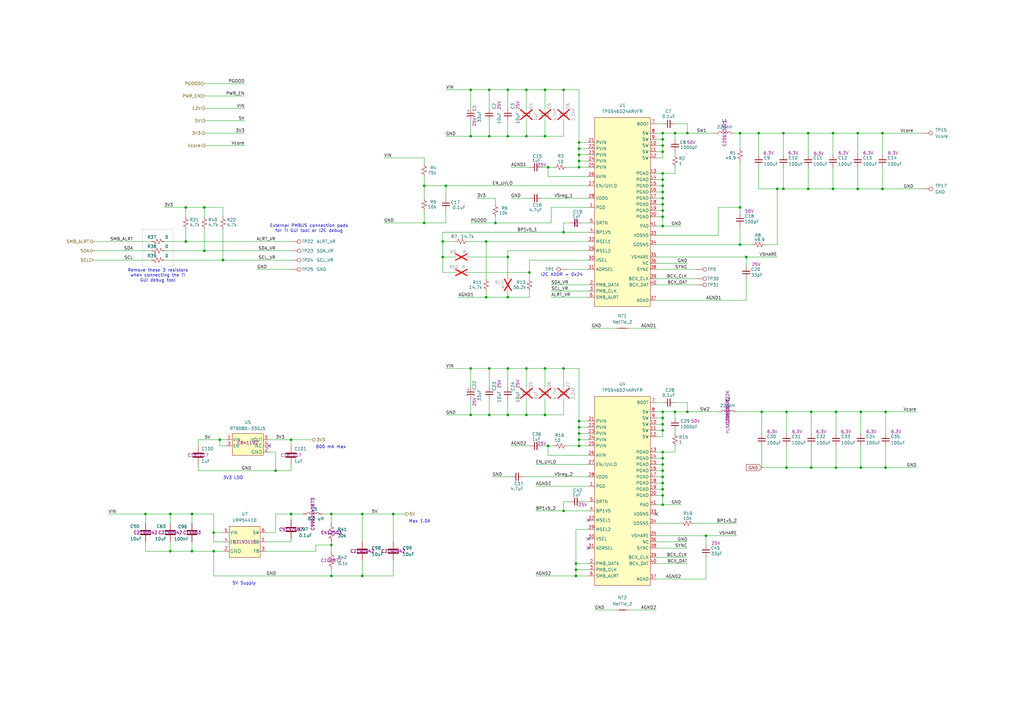
<source format=kicad_sch>
(kicad_sch (version 20250114) (generator "eeschema") (generator_version "9.0")
  (paper "A3")
  (title_block (title "bitaxeGamma Turbo") (date "2025-05-12") (rev "800xxx"))
  (rectangle (start 58.42 93.98) (end 71.12 109.22) (stroke (width 0) (type dot)))
  (text "External PMBUS connection pads\nfor TI GUI tool or I2C debug" (at 126.746 93.726 0) (effects (font (size 1.27 1.27))))
  (text "Max 1.0A" (at 167.64 214.63 0) (effects (font (size 1.27 1.27)) (justify left bottom)))
  (text "3V3 LDO" (at 91.44 196.85 0) (effects (font (size 1.27 1.27)) (justify left bottom)))
  (text "Remove these 3 resistors\nwhen connecting the TI\nGUI debug tool" (at 64.77 113.03 0) (effects (font (size 1.27 1.27))))
  (text "I2C ADDR = 0x24" (at 230.378 112.776 0) (effects (font (size 1.27 1.27))))
  (text "600 mA max" (at 129.54 184.15 0) (effects (font (size 1.27 1.27)) (justify left bottom)))
  (text "5V Supply" (at 95.25 240.03 0) (effects (font (size 1.27 1.27)) (justify left bottom)))
  (junction (at 271.78 86.36))
  (junction (at 208.28 105.41))
  (junction (at 173.99 91.44))
  (junction (at 119.38 210.82))
  (junction (at 69.85 210.82))
  (junction (at 199.39 121.92))
  (junction (at 363.22 168.91))
  (junction (at 276.86 54.61))
  (junction (at 76.2 99.06))
  (junction (at 231.14 95.25))
  (junction (at 361.95 77.47))
  (junction (at 271.78 198.12))
  (junction (at 271.78 78.74))
  (junction (at 135.89 223.52))
  (junction (at 87.63 226.06))
  (junction (at 342.9 168.91))
  (junction (at 237.49 63.5))
  (junction (at 271.78 57.15))
  (junction (at 271.78 73.66))
  (junction (at 113.03 193.04))
  (junction (at 271.78 59.69))
  (junction (at 332.74 168.91))
  (junction (at 331.47 77.47))
  (junction (at 321.31 77.47))
  (junction (at 223.52 151.13))
  (junction (at 271.78 88.9))
  (junction (at 237.49 68.58))
  (junction (at 351.79 54.61))
  (junction (at 353.06 168.91))
  (junction (at 135.89 236.22))
  (junction (at 208.28 55.88))
  (junction (at 322.58 191.77))
  (junction (at 182.88 76.2))
  (junction (at 199.39 99.06))
  (junction (at 231.14 36.83))
  (junction (at 224.79 182.88))
  (junction (at 353.06 191.77))
  (junction (at 281.94 168.91))
  (junction (at 271.78 173.99))
  (junction (at 78.74 210.82))
  (junction (at 271.78 185.42))
  (junction (at 321.31 54.61))
  (junction (at 181.61 99.06))
  (junction (at 59.69 210.82))
  (junction (at 271.78 76.2))
  (junction (at 237.49 60.96))
  (junction (at 208.28 170.18))
  (junction (at 217.17 111.76))
  (junction (at 351.79 77.47))
  (junction (at 215.9 55.88))
  (junction (at 215.9 151.13))
  (junction (at 161.29 210.82))
  (junction (at 237.49 175.26))
  (junction (at 276.86 168.91))
  (junction (at 83.82 102.87))
  (junction (at 236.22 236.22))
  (junction (at 237.49 182.88))
  (junction (at 215.9 36.83))
  (junction (at 271.78 171.45))
  (junction (at 303.53 100.33))
  (junction (at 271.78 92.71))
  (junction (at 181.61 105.41))
  (junction (at 341.63 77.47))
  (junction (at 193.04 55.88))
  (junction (at 193.04 36.83))
  (junction (at 69.85 226.06))
  (junction (at 271.78 193.04))
  (junction (at 193.04 151.13))
  (junction (at 289.56 219.71))
  (junction (at 312.42 168.91))
  (junction (at 208.28 151.13))
  (junction (at 271.78 54.61))
  (junction (at 271.78 62.23))
  (junction (at 173.99 76.2))
  (junction (at 236.22 231.14))
  (junction (at 200.66 55.88))
  (junction (at 271.78 190.5))
  (junction (at 237.49 172.72))
  (junction (at 271.78 207.01))
  (junction (at 223.52 55.88))
  (junction (at 237.49 66.04))
  (junction (at 271.78 83.82))
  (junction (at 281.94 54.61))
  (junction (at 231.14 151.13))
  (junction (at 135.89 210.82))
  (junction (at 311.15 54.61))
  (junction (at 318.77 77.47))
  (junction (at 148.59 210.82))
  (junction (at 231.14 209.55))
  (junction (at 271.78 71.12))
  (junction (at 200.66 151.13))
  (junction (at 363.22 191.77))
  (junction (at 200.66 36.83))
  (junction (at 208.28 36.83))
  (junction (at 223.52 36.83))
  (junction (at 342.9 191.77))
  (junction (at 223.52 170.18))
  (junction (at 237.49 177.8))
  (junction (at 271.78 176.53))
  (junction (at 76.2 85.09))
  (junction (at 200.66 170.18))
  (junction (at 91.44 106.68))
  (junction (at 203.2 91.44))
  (junction (at 306.07 105.41))
  (junction (at 303.53 85.09))
  (junction (at 119.38 180.34))
  (junction (at 224.79 68.58))
  (junction (at 90.17 180.34))
  (junction (at 215.9 170.18))
  (junction (at 148.59 236.22))
  (junction (at 271.78 203.2))
  (junction (at 271.78 168.91))
  (junction (at 236.22 233.68))
  (junction (at 341.63 54.61))
  (junction (at 271.78 187.96))
  (junction (at 331.47 54.61))
  (junction (at 83.82 85.09))
  (junction (at 361.95 54.61))
  (junction (at 87.63 218.44))
  (junction (at 237.49 58.42))
  (junction (at 271.78 195.58))
  (junction (at 208.28 121.92))
  (junction (at 322.58 168.91))
  (junction (at 303.53 54.61))
  (junction (at 332.74 191.77))
  (junction (at 271.78 200.66))
  (junction (at 193.04 170.18))
  (junction (at 271.78 81.28))
  (junction (at 78.74 226.06))
  (junction (at 237.49 180.34))
  (no_connect (at 241.3 224.79))
  (no_connect (at 241.3 220.98))
  (no_connect (at 241.3 213.36))
  (no_connect (at 269.24 210.82))
  (no_connect (at 110.49 182.88))
  (wire (pts (xy 83.82 49.53) (xy 100.33 49.53)))
  (wire (pts (xy 271.78 71.12) (xy 276.86 71.12)))
  (wire (pts (xy 257.81 134.62) (xy 269.24 134.62)))
  (wire (pts (xy 269.24 187.96) (xy 271.78 187.96)))
  (wire (pts (xy 173.99 76.2) (xy 173.99 72.39)))
  (wire (pts (xy 119.38 222.25) (xy 119.38 220.98)))
  (wire (pts (xy 276.86 54.61) (xy 281.94 54.61)))
  (wire (pts (xy 241.3 231.14) (xy 236.22 231.14)))
  (wire (pts (xy 182.88 86.36) (xy 182.88 91.44)))
  (wire (pts (xy 195.58 81.28) (xy 203.2 81.28)))
  (wire (pts (xy 257.81 250.19) (xy 269.24 250.19)))
  (wire (pts (xy 361.95 54.61) (xy 378.46 54.61)))
  (wire (pts (xy 208.28 102.87) (xy 241.3 102.87)))
  (wire (pts (xy 200.66 36.83) (xy 208.28 36.83)))
  (wire (pts (xy 281.94 54.61) (xy 293.37 54.61)))
  (wire (pts (xy 135.89 222.25) (xy 135.89 223.52)))
  (wire (pts (xy 81.28 193.04) (xy 113.03 193.04)))
  (wire (pts (xy 294.64 85.09) (xy 303.53 85.09)))
  (wire (pts (xy 269.24 190.5) (xy 271.78 190.5)))
  (wire (pts (xy 200.66 49.53) (xy 200.66 55.88)))
  (wire (pts (xy 237.49 175.26) (xy 241.3 175.26)))
  (wire (pts (xy 44.45 210.82) (xy 59.69 210.82)))
  (wire (pts (xy 90.17 180.34) (xy 92.71 180.34)))
  (wire (pts (xy 173.99 76.2) (xy 173.99 81.28)))
  (wire (pts (xy 311.15 68.58) (xy 311.15 77.47)))
  (wire (pts (xy 332.74 168.91) (xy 332.74 177.8)))
  (wire (pts (xy 322.58 182.88) (xy 322.58 191.77)))
  (wire (pts (xy 312.42 168.91) (xy 322.58 168.91)))
  (wire (pts (xy 243.84 250.19) (xy 252.73 250.19)))
  (wire (pts (xy 76.2 99.06) (xy 119.38 99.06)))
  (wire (pts (xy 223.52 151.13) (xy 223.52 158.75)))
  (wire (pts (xy 341.63 54.61) (xy 351.79 54.61)))
  (wire (pts (xy 219.71 209.55) (xy 231.14 209.55)))
  (wire (pts (xy 182.88 76.2) (xy 241.3 76.2)))
  (wire (pts (xy 276.86 165.1) (xy 281.94 165.1)))
  (wire (pts (xy 209.55 182.88) (xy 217.17 182.88)))
  (wire (pts (xy 271.78 54.61) (xy 276.86 54.61)))
  (wire (pts (xy 67.31 106.68) (xy 91.44 106.68)))
  (wire (pts (xy 351.79 54.61) (xy 361.95 54.61)))
  (wire (pts (xy 87.63 222.25) (xy 87.63 218.44)))
  (wire (pts (xy 321.31 54.61) (xy 321.31 63.5)))
  (wire (pts (xy 237.49 151.13) (xy 237.49 172.72)))
  (wire (pts (xy 193.04 36.83) (xy 193.04 44.45)))
  (wire (pts (xy 69.85 226.06) (xy 69.85 222.25)))
  (wire (pts (xy 269.24 179.07) (xy 271.78 179.07)))
  (wire (pts (xy 231.14 95.25) (xy 241.3 95.25)))
  (wire (pts (xy 203.2 83.82) (xy 203.2 81.28)))
  (wire (pts (xy 284.48 214.63) (xy 302.26 214.63)))
  (wire (pts (xy 300.99 54.61) (xy 303.53 54.61)))
  (wire (pts (xy 222.25 68.58) (xy 224.79 68.58)))
  (wire (pts (xy 187.96 121.92) (xy 199.39 121.92)))
  (wire (pts (xy 186.69 111.76) (xy 181.61 111.76)))
  (wire (pts (xy 237.49 60.96) (xy 237.49 63.5)))
  (wire (pts (xy 199.39 119.38) (xy 199.39 121.92)))
  (wire (pts (xy 201.93 195.58) (xy 209.55 195.58)))
  (wire (pts (xy 223.52 36.83) (xy 231.14 36.83)))
  (wire (pts (xy 306.07 114.3) (xy 306.07 123.19)))
  (wire (pts (xy 321.31 68.58) (xy 321.31 77.47)))
  (wire (pts (xy 59.69 210.82) (xy 69.85 210.82)))
  (wire (pts (xy 361.95 77.47) (xy 378.46 77.47)))
  (wire (pts (xy 241.3 217.17) (xy 236.22 217.17)))
  (wire (pts (xy 67.31 102.87) (xy 83.82 102.87)))
  (wire (pts (xy 351.79 68.58) (xy 351.79 77.47)))
  (wire (pts (xy 208.28 55.88) (xy 200.66 55.88)))
  (wire (pts (xy 271.78 190.5) (xy 271.78 193.04)))
  (wire (pts (xy 342.9 182.88) (xy 342.9 191.77)))
  (wire (pts (xy 78.74 226.06) (xy 69.85 226.06)))
  (wire (pts (xy 200.66 151.13) (xy 200.66 158.75)))
  (wire (pts (xy 38.1 106.68) (xy 62.23 106.68)))
  (wire (pts (xy 173.99 86.36) (xy 173.99 91.44)))
  (wire (pts (xy 271.78 88.9) (xy 269.24 88.9)))
  (wire (pts (xy 269.24 100.33) (xy 303.53 100.33)))
  (wire (pts (xy 119.38 180.34) (xy 128.27 180.34)))
  (wire (pts (xy 193.04 163.83) (xy 193.04 170.18)))
  (wire (pts (xy 303.53 54.61) (xy 303.53 60.96)))
  (wire (pts (xy 269.24 116.84) (xy 285.75 116.84)))
  (wire (pts (xy 271.78 198.12) (xy 271.78 200.66)))
  (wire (pts (xy 217.17 111.76) (xy 217.17 114.3)))
  (wire (pts (xy 311.15 54.61) (xy 321.31 54.61)))
  (wire (pts (xy 331.47 54.61) (xy 341.63 54.61)))
  (wire (pts (xy 312.42 168.91) (xy 312.42 177.8)))
  (wire (pts (xy 200.66 170.18) (xy 193.04 170.18)))
  (wire (pts (xy 81.28 180.34) (xy 81.28 182.88)))
  (wire (pts (xy 271.78 83.82) (xy 271.78 86.36)))
  (wire (pts (xy 269.24 200.66) (xy 271.78 200.66)))
  (wire (pts (xy 215.9 163.83) (xy 215.9 170.18)))
  (wire (pts (xy 193.04 151.13) (xy 200.66 151.13)))
  (wire (pts (xy 219.71 190.5) (xy 241.3 190.5)))
  (wire (pts (xy 193.04 49.53) (xy 193.04 55.88)))
  (wire (pts (xy 241.3 68.58) (xy 237.49 68.58)))
  (wire (pts (xy 271.78 200.66) (xy 271.78 203.2)))
  (wire (pts (xy 208.28 49.53) (xy 208.28 55.88)))
  (wire (pts (xy 208.28 163.83) (xy 208.28 170.18)))
  (wire (pts (xy 76.2 85.09) (xy 83.82 85.09)))
  (wire (pts (xy 182.88 151.13) (xy 193.04 151.13)))
  (wire (pts (xy 269.24 110.49) (xy 285.75 110.49)))
  (wire (pts (xy 271.78 171.45) (xy 271.78 168.91)))
  (wire (pts (xy 276.86 176.53) (xy 276.86 177.8)))
  (wire (pts (xy 215.9 170.18) (xy 208.28 170.18)))
  (wire (pts (xy 231.14 36.83) (xy 231.14 44.45)))
  (wire (pts (xy 231.14 151.13) (xy 237.49 151.13)))
  (wire (pts (xy 208.28 102.87) (xy 208.28 105.41)))
  (wire (pts (xy 312.42 191.77) (xy 322.58 191.77)))
  (wire (pts (xy 83.82 44.45) (xy 100.33 44.45)))
  (wire (pts (xy 110.49 185.42) (xy 113.03 185.42)))
  (wire (pts (xy 91.44 106.68) (xy 119.38 106.68)))
  (wire (pts (xy 148.59 236.22) (xy 135.89 236.22)))
  (wire (pts (xy 236.22 231.14) (xy 236.22 233.68)))
  (wire (pts (xy 331.47 68.58) (xy 331.47 77.47)))
  (wire (pts (xy 269.24 224.79) (xy 281.94 224.79)))
  (wire (pts (xy 91.44 88.9) (xy 91.44 85.09)))
  (wire (pts (xy 303.53 100.33) (xy 303.53 92.71)))
  (wire (pts (xy 181.61 95.25) (xy 231.14 95.25)))
  (wire (pts (xy 208.28 36.83) (xy 215.9 36.83)))
  (wire (pts (xy 303.53 85.09) (xy 303.53 87.63)))
  (wire (pts (xy 157.48 91.44) (xy 173.99 91.44)))
  (wire (pts (xy 269.24 171.45) (xy 271.78 171.45)))
  (wire (pts (xy 110.49 180.34) (xy 119.38 180.34)))
  (wire (pts (xy 200.66 151.13) (xy 208.28 151.13)))
  (wire (pts (xy 119.38 190.5) (xy 119.38 193.04)))
  (wire (pts (xy 269.24 86.36) (xy 271.78 86.36)))
  (wire (pts (xy 113.03 185.42) (xy 113.03 193.04)))
  (wire (pts (xy 302.26 168.91) (xy 312.42 168.91)))
  (wire (pts (xy 113.03 218.44) (xy 113.03 210.82)))
  (wire (pts (xy 271.78 92.71) (xy 271.78 88.9)))
  (wire (pts (xy 271.78 195.58) (xy 271.78 198.12)))
  (wire (pts (xy 271.78 64.77) (xy 271.78 62.23)))
  (wire (pts (xy 59.69 210.82) (xy 59.69 214.63)))
  (wire (pts (xy 226.06 116.84) (xy 241.3 116.84)))
  (wire (pts (xy 83.82 85.09) (xy 83.82 88.9)))
  (wire (pts (xy 269.24 71.12) (xy 271.78 71.12)))
  (wire (pts (xy 132.08 210.82) (xy 135.89 210.82)))
  (wire (pts (xy 269.24 96.52) (xy 294.64 96.52)))
  (wire (pts (xy 271.78 187.96) (xy 271.78 190.5)))
  (wire (pts (xy 241.3 85.09) (xy 226.06 85.09)))
  (wire (pts (xy 231.14 205.74) (xy 231.14 209.55)))
  (wire (pts (xy 306.07 105.41) (xy 318.77 105.41)))
  (wire (pts (xy 182.88 170.18) (xy 193.04 170.18)))
  (wire (pts (xy 237.49 63.5) (xy 237.49 66.04)))
  (wire (pts (xy 238.76 205.74) (xy 241.3 205.74)))
  (wire (pts (xy 271.78 73.66) (xy 271.78 76.2)))
  (wire (pts (xy 87.63 236.22) (xy 135.89 236.22)))
  (wire (pts (xy 76.2 99.06) (xy 76.2 93.98)))
  (wire (pts (xy 222.25 81.28) (xy 241.3 81.28)))
  (wire (pts (xy 226.06 85.09) (xy 226.06 91.44)))
  (wire (pts (xy 237.49 175.26) (xy 237.49 177.8)))
  (wire (pts (xy 271.78 179.07) (xy 271.78 176.53)))
  (wire (pts (xy 269.24 219.71) (xy 289.56 219.71)))
  (wire (pts (xy 241.3 186.69) (xy 224.79 186.69)))
  (wire (pts (xy 281.94 50.8) (xy 281.94 54.61)))
  (wire (pts (xy 38.1 102.87) (xy 62.23 102.87)))
  (wire (pts (xy 311.15 54.61) (xy 311.15 63.5)))
  (wire (pts (xy 281.94 168.91) (xy 294.64 168.91)))
  (wire (pts (xy 236.22 236.22) (xy 241.3 236.22)))
  (wire (pts (xy 332.74 168.91) (xy 342.9 168.91)))
  (wire (pts (xy 182.88 76.2) (xy 182.88 81.28)))
  (wire (pts (xy 215.9 151.13) (xy 223.52 151.13)))
  (wire (pts (xy 353.06 168.91) (xy 363.22 168.91)))
  (wire (pts (xy 129.54 226.06) (xy 129.54 223.52)))
  (wire (pts (xy 271.78 71.12) (xy 271.78 73.66)))
  (wire (pts (xy 223.52 55.88) (xy 215.9 55.88)))
  (wire (pts (xy 269.24 76.2) (xy 271.78 76.2)))
  (wire (pts (xy 276.86 185.42) (xy 276.86 182.88)))
  (wire (pts (xy 209.55 68.58) (xy 217.17 68.58)))
  (wire (pts (xy 276.86 168.91) (xy 276.86 171.45)))
  (wire (pts (xy 119.38 210.82) (xy 119.38 213.36)))
  (wire (pts (xy 237.49 180.34) (xy 237.49 182.88)))
  (wire (pts (xy 91.44 218.44) (xy 87.63 218.44)))
  (wire (pts (xy 321.31 77.47) (xy 318.77 77.47)))
  (wire (pts (xy 271.78 92.71) (xy 279.4 92.71)))
  (wire (pts (xy 331.47 54.61) (xy 331.47 63.5)))
  (wire (pts (xy 276.86 54.61) (xy 276.86 57.15)))
  (wire (pts (xy 232.41 182.88) (xy 237.49 182.88)))
  (wire (pts (xy 148.59 229.87) (xy 148.59 236.22)))
  (wire (pts (xy 109.22 222.25) (xy 119.38 222.25)))
  (wire (pts (xy 161.29 210.82) (xy 166.37 210.82)))
  (wire (pts (xy 318.77 77.47) (xy 311.15 77.47)))
  (wire (pts (xy 289.56 228.6) (xy 289.56 237.49)))
  (wire (pts (xy 199.39 99.06) (xy 199.39 114.3)))
  (wire (pts (xy 87.63 218.44) (xy 87.63 210.82)))
  (wire (pts (xy 321.31 54.61) (xy 331.47 54.61)))
  (wire (pts (xy 200.66 163.83) (xy 200.66 170.18)))
  (wire (pts (xy 181.61 105.41) (xy 186.69 105.41)))
  (wire (pts (xy 313.69 100.33) (xy 318.77 100.33)))
  (wire (pts (xy 269.24 59.69) (xy 271.78 59.69)))
  (wire (pts (xy 232.41 110.49) (xy 241.3 110.49)))
  (wire (pts (xy 231.14 170.18) (xy 223.52 170.18)))
  (wire (pts (xy 193.04 91.44) (xy 203.2 91.44)))
  (wire (pts (xy 69.85 210.82) (xy 78.74 210.82)))
  (wire (pts (xy 341.63 68.58) (xy 341.63 77.47)))
  (wire (pts (xy 363.22 191.77) (xy 375.92 191.77)))
  (wire (pts (xy 289.56 219.71) (xy 302.26 219.71)))
  (wire (pts (xy 129.54 223.52) (xy 135.89 223.52)))
  (wire (pts (xy 241.3 106.68) (xy 217.17 106.68)))
  (wire (pts (xy 237.49 172.72) (xy 241.3 172.72)))
  (wire (pts (xy 269.24 195.58) (xy 271.78 195.58)))
  (wire (pts (xy 363.22 168.91) (xy 363.22 177.8)))
  (wire (pts (xy 237.49 66.04) (xy 241.3 66.04)))
  (wire (pts (xy 271.78 86.36) (xy 271.78 88.9)))
  (wire (pts (xy 223.52 151.13) (xy 231.14 151.13)))
  (wire (pts (xy 193.04 151.13) (xy 193.04 158.75)))
  (wire (pts (xy 269.24 83.82) (xy 271.78 83.82)))
  (wire (pts (xy 318.77 100.33) (xy 318.77 77.47)))
  (wire (pts (xy 90.17 182.88) (xy 90.17 180.34)))
  (wire (pts (xy 271.78 207.01) (xy 271.78 203.2)))
  (wire (pts (xy 271.78 185.42) (xy 276.86 185.42)))
  (wire (pts (xy 231.14 36.83) (xy 237.49 36.83)))
  (wire (pts (xy 269.24 123.19) (xy 306.07 123.19)))
  (wire (pts (xy 269.24 64.77) (xy 271.78 64.77)))
  (wire (pts (xy 135.89 210.82) (xy 135.89 214.63)))
  (wire (pts (xy 237.49 177.8) (xy 237.49 180.34)))
  (wire (pts (xy 83.82 102.87) (xy 119.38 102.87)))
  (wire (pts (xy 214.63 195.58) (xy 241.3 195.58)))
  (wire (pts (xy 231.14 91.44) (xy 231.14 95.25)))
  (wire (pts (xy 269.24 50.8) (xy 271.78 50.8)))
  (wire (pts (xy 119.38 210.82) (xy 124.46 210.82)))
  (wire (pts (xy 203.2 91.44) (xy 226.06 91.44)))
  (wire (pts (xy 76.2 85.09) (xy 76.2 88.9)))
  (wire (pts (xy 281.94 165.1) (xy 281.94 168.91)))
  (wire (pts (xy 233.68 205.74) (xy 231.14 205.74)))
  (wire (pts (xy 353.06 191.77) (xy 342.9 191.77)))
  (wire (pts (xy 271.78 168.91) (xy 276.86 168.91)))
  (wire (pts (xy 67.31 99.06) (xy 76.2 99.06)))
  (wire (pts (xy 83.82 59.69) (xy 100.33 59.69)))
  (wire (pts (xy 294.64 96.52) (xy 294.64 85.09)))
  (wire (pts (xy 217.17 119.38) (xy 217.17 121.92)))
  (wire (pts (xy 271.78 57.15) (xy 271.78 54.61)))
  (wire (pts (xy 181.61 105.41) (xy 181.61 111.76)))
  (wire (pts (xy 161.29 229.87) (xy 161.29 236.22)))
  (wire (pts (xy 173.99 76.2) (xy 182.88 76.2)))
  (wire (pts (xy 78.74 210.82) (xy 78.74 214.63)))
  (wire (pts (xy 191.77 105.41) (xy 208.28 105.41)))
  (wire (pts (xy 181.61 99.06) (xy 181.61 105.41)))
  (wire (pts (xy 83.82 39.37) (xy 100.33 39.37)))
  (wire (pts (xy 91.44 222.25) (xy 87.63 222.25)))
  (wire (pts (xy 342.9 191.77) (xy 332.74 191.77)))
  (wire (pts (xy 222.25 182.88) (xy 224.79 182.88)))
  (wire (pts (xy 269.24 214.63) (xy 279.4 214.63)))
  (wire (pts (xy 208.28 36.83) (xy 208.28 44.45)))
  (wire (pts (xy 353.06 182.88) (xy 353.06 191.77)))
  (wire (pts (xy 289.56 219.71) (xy 289.56 223.52)))
  (wire (pts (xy 269.24 165.1) (xy 271.78 165.1)))
  (wire (pts (xy 215.9 151.13) (xy 215.9 158.75)))
  (wire (pts (xy 269.24 114.3) (xy 285.75 114.3)))
  (wire (pts (xy 276.86 168.91) (xy 281.94 168.91)))
  (wire (pts (xy 363.22 191.77) (xy 353.06 191.77)))
  (wire (pts (xy 241.3 182.88) (xy 237.49 182.88)))
  (wire (pts (xy 353.06 168.91) (xy 353.06 177.8)))
  (wire (pts (xy 269.24 198.12) (xy 271.78 198.12)))
  (wire (pts (xy 208.28 151.13) (xy 208.28 158.75)))
  (wire (pts (xy 242.57 134.62) (xy 252.73 134.62)))
  (wire (pts (xy 109.22 226.06) (xy 129.54 226.06)))
  (wire (pts (xy 271.78 207.01) (xy 279.4 207.01)))
  (wire (pts (xy 237.49 177.8) (xy 241.3 177.8)))
  (wire (pts (xy 224.79 186.69) (xy 224.79 182.88)))
  (wire (pts (xy 342.9 168.91) (xy 353.06 168.91)))
  (wire (pts (xy 303.53 54.61) (xy 311.15 54.61)))
  (wire (pts (xy 224.79 182.88) (xy 227.33 182.88)))
  (wire (pts (xy 215.9 36.83) (xy 215.9 44.45)))
  (wire (pts (xy 269.24 237.49) (xy 289.56 237.49)))
  (wire (pts (xy 119.38 180.34) (xy 119.38 182.88)))
  (wire (pts (xy 161.29 236.22) (xy 148.59 236.22)))
  (wire (pts (xy 269.24 173.99) (xy 271.78 173.99)))
  (wire (pts (xy 269.24 176.53) (xy 271.78 176.53)))
  (wire (pts (xy 148.59 210.82) (xy 135.89 210.82)))
  (wire (pts (xy 276.86 50.8) (xy 281.94 50.8)))
  (wire (pts (xy 119.38 110.49) (xy 105.41 110.49)))
  (wire (pts (xy 83.82 34.29) (xy 100.33 34.29)))
  (wire (pts (xy 269.24 73.66) (xy 271.78 73.66)))
  (wire (pts (xy 113.03 193.04) (xy 119.38 193.04)))
  (wire (pts (xy 233.68 91.44) (xy 231.14 91.44)))
  (wire (pts (xy 237.49 36.83) (xy 237.49 58.42)))
  (wire (pts (xy 83.82 54.61) (xy 100.33 54.61)))
  (wire (pts (xy 83.82 85.09) (xy 91.44 85.09)))
  (wire (pts (xy 237.49 180.34) (xy 241.3 180.34)))
  (wire (pts (xy 363.22 168.91) (xy 375.92 168.91)))
  (wire (pts (xy 361.95 77.47) (xy 351.79 77.47)))
  (wire (pts (xy 303.53 66.04) (xy 303.53 85.09)))
  (wire (pts (xy 237.49 172.72) (xy 237.49 175.26)))
  (wire (pts (xy 199.39 121.92) (xy 208.28 121.92)))
  (wire (pts (xy 271.78 78.74) (xy 271.78 81.28)))
  (wire (pts (xy 241.3 72.39) (xy 224.79 72.39)))
  (wire (pts (xy 113.03 210.82) (xy 119.38 210.82)))
  (wire (pts (xy 231.14 55.88) (xy 223.52 55.88)))
  (wire (pts (xy 81.28 180.34) (xy 90.17 180.34)))
  (wire (pts (xy 269.24 81.28) (xy 271.78 81.28)))
  (wire (pts (xy 269.24 185.42) (xy 271.78 185.42)))
  (wire (pts (xy 236.22 233.68) (xy 241.3 233.68)))
  (wire (pts (xy 135.89 223.52) (xy 135.89 226.06)))
  (wire (pts (xy 173.99 67.31) (xy 173.99 64.77)))
  (wire (pts (xy 271.78 203.2) (xy 269.24 203.2)))
  (wire (pts (xy 271.78 59.69) (xy 271.78 57.15)))
  (wire (pts (xy 231.14 151.13) (xy 231.14 158.75)))
  (wire (pts (xy 226.06 119.38) (xy 241.3 119.38)))
  (wire (pts (xy 191.77 111.76) (xy 217.17 111.76)))
  (wire (pts (xy 193.04 36.83) (xy 200.66 36.83)))
  (wire (pts (xy 157.48 64.77) (xy 173.99 64.77)))
  (wire (pts (xy 236.22 233.68) (xy 236.22 236.22)))
  (wire (pts (xy 269.24 222.25) (xy 281.94 222.25)))
  (wire (pts (xy 271.78 173.99) (xy 271.78 171.45)))
  (wire (pts (xy 237.49 58.42) (xy 237.49 60.96)))
  (wire (pts (xy 269.24 231.14) (xy 281.94 231.14)))
  (wire (pts (xy 91.44 226.06) (xy 87.63 226.06)))
  (wire (pts (xy 81.28 193.04) (xy 81.28 190.5)))
  (wire (pts (xy 69.85 226.06) (xy 59.69 226.06)))
  (wire (pts (xy 276.86 71.12) (xy 276.86 68.58)))
  (wire (pts (xy 208.28 121.92) (xy 217.17 121.92)))
  (wire (pts (xy 215.9 36.83) (xy 223.52 36.83)))
  (wire (pts (xy 181.61 99.06) (xy 186.69 99.06)))
  (wire (pts (xy 342.9 168.91) (xy 342.9 177.8)))
  (wire (pts (xy 341.63 54.61) (xy 341.63 63.5)))
  (wire (pts (xy 303.53 100.33) (xy 308.61 100.33)))
  (wire (pts (xy 312.42 182.88) (xy 312.42 191.77)))
  (wire (pts (xy 200.66 55.88) (xy 193.04 55.88)))
  (wire (pts (xy 269.24 207.01) (xy 271.78 207.01)))
  (wire (pts (xy 271.78 81.28) (xy 271.78 83.82)))
  (wire (pts (xy 269.24 107.95) (xy 281.94 107.95)))
  (wire (pts (xy 191.77 99.06) (xy 199.39 99.06)))
  (wire (pts (xy 223.52 170.18) (xy 215.9 170.18)))
  (wire (pts (xy 269.24 57.15) (xy 271.78 57.15)))
  (wire (pts (xy 322.58 168.91) (xy 332.74 168.91)))
  (wire (pts (xy 237.49 58.42) (xy 241.3 58.42)))
  (wire (pts (xy 215.9 49.53) (xy 215.9 55.88)))
  (wire (pts (xy 269.24 193.04) (xy 271.78 193.04)))
  (wire (pts (xy 269.24 228.6) (xy 281.94 228.6)))
  (wire (pts (xy 236.22 217.17) (xy 236.22 231.14)))
  (wire (pts (xy 271.78 193.04) (xy 271.78 195.58)))
  (wire (pts (xy 78.74 210.82) (xy 87.63 210.82)))
  (wire (pts (xy 91.44 106.68) (xy 91.44 93.98)))
  (wire (pts (xy 203.2 88.9) (xy 203.2 91.44)))
  (wire (pts (xy 238.76 91.44) (xy 241.3 91.44)))
  (wire (pts (xy 148.59 210.82) (xy 148.59 222.25)))
  (wire (pts (xy 341.63 77.47) (xy 331.47 77.47)))
  (wire (pts (xy 92.71 182.88) (xy 90.17 182.88)))
  (wire (pts (xy 237.49 66.04) (xy 237.49 68.58)))
  (wire (pts (xy 237.49 60.96) (xy 241.3 60.96)))
  (wire (pts (xy 181.61 99.06) (xy 181.61 95.25)))
  (wire (pts (xy 223.52 163.83) (xy 223.52 170.18)))
  (wire (pts (xy 182.88 36.83) (xy 193.04 36.83)))
  (wire (pts (xy 363.22 182.88) (xy 363.22 191.77)))
  (wire (pts (xy 269.24 92.71) (xy 271.78 92.71)))
  (wire (pts (xy 109.22 218.44) (xy 113.03 218.44)))
  (wire (pts (xy 269.24 54.61) (xy 271.78 54.61)))
  (wire (pts (xy 332.74 191.77) (xy 322.58 191.77)))
  (wire (pts (xy 223.52 36.83) (xy 223.52 44.45)))
  (wire (pts (xy 161.29 210.82) (xy 161.29 222.25)))
  (wire (pts (xy 237.49 63.5) (xy 241.3 63.5)))
  (wire (pts (xy 271.78 176.53) (xy 271.78 173.99)))
  (wire (pts (xy 231.14 163.83) (xy 231.14 170.18)))
  (wire (pts (xy 219.71 236.22) (xy 236.22 236.22)))
  (wire (pts (xy 87.63 226.06) (xy 87.63 236.22)))
  (wire (pts (xy 271.78 76.2) (xy 271.78 78.74)))
  (wire (pts (xy 331.47 77.47) (xy 321.31 77.47)))
  (wire (pts (xy 361.95 54.61) (xy 361.95 63.5)))
  (wire (pts (xy 173.99 91.44) (xy 182.88 91.44)))
  (wire (pts (xy 208.28 119.38) (xy 208.28 121.92)))
  (wire (pts (xy 361.95 68.58) (xy 361.95 77.47)))
  (wire (pts (xy 322.58 168.91) (xy 322.58 177.8)))
  (wire (pts (xy 276.86 62.23) (xy 276.86 63.5)))
  (wire (pts (xy 224.79 68.58) (xy 227.33 68.58)))
  (wire (pts (xy 219.71 199.39) (xy 241.3 199.39)))
  (wire (pts (xy 148.59 210.82) (xy 161.29 210.82)))
  (wire (pts (xy 231.14 209.55) (xy 241.3 209.55)))
  (wire (pts (xy 199.39 99.06) (xy 241.3 99.06)))
  (wire (pts (xy 269.24 105.41) (xy 306.07 105.41)))
  (wire (pts (xy 351.79 54.61) (xy 351.79 63.5)))
  (wire (pts (xy 69.85 210.82) (xy 69.85 214.63)))
  (wire (pts (xy 269.24 62.23) (xy 271.78 62.23)))
  (wire (pts (xy 231.14 49.53) (xy 231.14 55.88)))
  (wire (pts (xy 269.24 168.91) (xy 271.78 168.91)))
  (wire (pts (xy 83.82 102.87) (xy 83.82 93.98)))
  (wire (pts (xy 78.74 222.25) (xy 78.74 226.06)))
  (wire (pts (xy 332.74 182.88) (xy 332.74 191.77)))
  (wire (pts (xy 271.78 62.23) (xy 271.78 59.69)))
  (wire (pts (xy 351.79 77.47) (xy 341.63 77.47)))
  (wire (pts (xy 59.69 226.06) (xy 59.69 222.25)))
  (wire (pts (xy 76.2 85.09) (xy 67.31 85.09)))
  (wire (pts (xy 135.89 233.68) (xy 135.89 236.22)))
  (wire (pts (xy 182.88 55.88) (xy 193.04 55.88)))
  (wire (pts (xy 87.63 226.06) (xy 78.74 226.06)))
  (wire (pts (xy 215.9 55.88) (xy 208.28 55.88)))
  (wire (pts (xy 217.17 106.68) (xy 217.17 111.76)))
  (wire (pts (xy 208.28 170.18) (xy 200.66 170.18)))
  (wire (pts (xy 200.66 36.83) (xy 200.66 44.45)))
  (wire (pts (xy 232.41 68.58) (xy 237.49 68.58)))
  (wire (pts (xy 271.78 185.42) (xy 271.78 187.96)))
  (wire (pts (xy 306.07 105.41) (xy 306.07 109.22)))
  (wire (pts (xy 224.79 72.39) (xy 224.79 68.58)))
  (wire (pts (xy 208.28 105.41) (xy 208.28 114.3)))
  (wire (pts (xy 226.06 121.92) (xy 241.3 121.92)))
  (wire (pts (xy 223.52 49.53) (xy 223.52 55.88)))
  (wire (pts (xy 269.24 78.74) (xy 271.78 78.74)))
  (wire (pts (xy 38.1 99.06) (xy 62.23 99.06)))
  (wire (pts (xy 209.55 81.28) (xy 217.17 81.28)))
  (wire (pts (xy 208.28 151.13) (xy 215.9 151.13)))
  (label "GND" (at 201.93 195.58 0))
  (label "ALRT_VR" (at 113.03 99.06 180))
  (label "AGND1" (at 187.96 121.92 0))
  (label "GND" (at 182.88 55.88 0))
  (label "SCL_VR" (at 113.03 106.68 180))
  (label "BP1v5_2" (at 302.26 214.63 180))
  (label "SCL" (at 54.61 106.68 180))
  (label "GND" (at 157.48 91.44 0))
  (label "AGND1" (at 209.55 68.58 0))
  (label "BCX_DAT" (at 281.94 231.14 180))
  (label "VIN" (at 44.45 210.82 0))
  (label "SMB_ALRT" (at 54.61 99.06 180))
  (label "PGOOD" (at 100.33 34.29 180))
  (label "EN_UVLO" (at 201.93 76.2 0))
  (label "GND" (at 182.88 170.18 0))
  (label "VIN" (at 182.88 151.13 0))
  (label "SCL_VR" (at 226.06 119.38 0))
  (label "GND" (at 375.92 191.77 180))
  (label "AGND1" (at 269.24 134.62 180))
  (label "3V3" (at 100.33 54.61 180))
  (label "GND" (at 279.4 92.71 180))
  (label "Vcore" (at 100.33 59.69 180))
  (label "AGND2" (at 279.4 237.49 180))
  (label "BCX_DAT" (at 281.94 116.84 180))
  (label "PGOOD" (at 193.04 91.44 0))
  (label "BP1v5_2" (at 219.71 209.55 0))
  (label "V5reg_1" (at 227.33 81.28 0))
  (label "AGND2" (at 219.71 236.22 0))
  (label "GND" (at 99.06 193.04 0))
  (label "VSHARE" (at 318.77 105.41 180))
  (label "VIN" (at 157.48 64.77 0))
  (label "SDA_VR" (at 113.03 102.87 180))
  (label "AGND2" (at 219.71 199.39 0))
  (label "SYNC" (at 281.94 224.79 180))
  (label "VSHARE" (at 302.26 219.71 180))
  (label "AGND2" (at 269.24 250.19 180))
  (label "GND" (at 243.84 250.19 0))
  (label "GND" (at 281.94 107.95 180))
  (label "BCX_CLK" (at 281.94 228.6 180))
  (label "5V" (at 152.4 210.82 0))
  (label "SW2" (at 287.02 168.91 0))
  (label "3V3" (at 113.03 180.34 0))
  (label "PWR_EN" (at 100.33 39.37 180))
  (label "3V3" (at 67.31 85.09 0))
  (label "GND" (at 209.55 81.28 0))
  (label "3V3" (at 195.58 81.28 0))
  (label "SDA" (at 54.61 102.87 180))
  (label "GND" (at 109.22 236.22 0))
  (label "SW1" (at 285.75 54.61 0))
  (label "SYNC" (at 281.94 110.49 180))
  (label "VIN" (at 182.88 36.83 0))
  (label "V5reg_2" (at 227.33 195.58 0))
  (label "5V" (at 100.33 49.53 180))
  (label "AGND2" (at 209.55 182.88 0))
  (label "BCX_CLK" (at 281.94 114.3 180))
  (label "VIN" (at 100.33 44.45 180))
  (label "AGND1" (at 295.91 123.19 180))
  (label "ALRT_VR" (at 226.06 121.92 0))
  (label "5V" (at 83.82 180.34 0))
  (label "GND" (at 374.65 77.47 180))
  (label "Vcore" (at 374.65 54.61 180))
  (label "BP1v5_1" (at 212.09 95.25 0))
  (label "Vcore" (at 375.92 168.91 180))
  (label "GND" (at 281.94 222.25 180))
  (label "GND" (at 105.41 110.49 0))
  (label "GND" (at 279.4 207.01 180))
  (label "SDA_VR" (at 226.06 116.84 0))
  (label "EN_UVLO" (at 219.71 190.5 0))
  (label "GND" (at 242.57 134.62 0))
  (global_label "GND" (shape input) (at 312.42 191.77 180) (property "Intersheetrefs" "${INTERSHEET_REFS}" (effects (hide yes))))
  (hierarchical_label "SMB_ALRT" (shape output) (at 38.1 99.06 180))
  (hierarchical_label "PWR_EN" (shape input) (at 83.82 39.37 180))
  (hierarchical_label "SDA" (shape bidirectional) (at 38.1 102.87 180))
  (hierarchical_label "5V" (shape output) (at 83.82 49.53 180))
  (hierarchical_label "3V3" (shape output) (at 128.27 180.34 0))
  (hierarchical_label "5V" (shape output) (at 166.37 210.82 0))
  (hierarchical_label "12V" (shape output) (at 83.82 44.45 180))
  (hierarchical_label "3V3" (shape output) (at 83.82 54.61 180))
  (hierarchical_label "Vcore" (shape output) (at 83.82 59.69 180))
  (hierarchical_label "PGOOD" (shape input) (at 83.82 34.29 180))
  (hierarchical_label "SCL" (shape input) (at 38.1 106.68 180))
  (symbol (lib_id "Device:R_Small_US") (at 311.15 100.33 90) (unit 1)
    (property "Reference" "R8" (at 312.166 96.52 90) (effects (justify left)))
    (property "Value" "49.9" (at 313.69 98.298 90) (effects (justify left)))
    (property "Footprint" "Resistor_SMD:R_0402_1005Metric" (effects (hide yes)))
    (property "Datasheet" "https://www.yageo.com/upload/media/product/products/datasheet/rchip/PYu-RC_Group_51_RoHS_L_12.pdf" (effects (hide yes)))
    (property "Description" "Resistor, small US symbol" (effects (hide yes)))
    (property "PARTNO" "RC0402FR-0749R9L" (effects (hide yes)))
    (property "DK" "311-49.9LRCT-ND" (effects (hide yes)))
    (property "LCSC" "C87044" (effects (hide yes)))
  )
  (symbol (lib_id "Device:C_Small") (at 341.63 66.04 180) (unit 1)
    (property "Reference" "C12" (at 343.662 64.77 0) (effects (justify right)))
    (property "Value" "100uF" (at 343.662 67.31 0) (effects (justify right)))
    (property "Footprint" "Capacitor_SMD:C_1206_3216Metric" (effects (hide yes)))
    (property "Description" "Unpolarized capacitor, small symbol" (effects (hide yes)))
    (property "PARTNO" "CL31A107MQHNNNE" (effects (hide yes)))
    (property "DK" "1276-1782-1-ND" (effects (hide yes)))
    (property "Voltage" "6.3V" (at 345.948 62.738 0))
    (property "LCSC" "C15008" (effects (hide yes)))
  )
  (symbol (lib_id "Device:R_Small_US") (at 173.99 69.85 180) (unit 1)
    (property "Reference" "R4" (at 179.07 68.834 0) (effects (justify left)))
    (property "Value" "75k" (at 179.07 70.866 0) (effects (justify left)))
    (property "Footprint" "Resistor_SMD:R_0402_1005Metric" (effects (hide yes)))
    (property "Datasheet" "https://www.yageo.com/upload/media/product/products/datasheet/rchip/PYu-RC_Group_51_RoHS_L_12.pdf" (effects (hide yes)))
    (property "Description" "Resistor, small US symbol" (effects (hide yes)))
    (property "PARTNO" "RC0402FR-0775KL" (effects (hide yes)))
    (property "DK" "311-75KLRCT-ND" (effects (hide yes)))
    (property "LCSC" "C137935" (effects (hide yes)))
  )
  (symbol (lib_id "Device:R_Small_US") (at 64.77 102.87 90) (mirror x) (unit 1)
    (property "Reference" "R38" (at 64.262 101.092 90) (effects (justify left)))
    (property "Value" "0" (at 69.088 101.092 90) (effects (justify left)))
    (property "Footprint" "Resistor_SMD:R_0402_1005Metric" (effects (hide yes)))
    (property "Description" "Resistor, small US symbol" (effects (hide yes)))
    (property "PARTNO" "RC0402JR-070RL" (effects (hide yes)))
    (property "DK" "311-0.0JRCT-ND" (effects (hide yes)))
    (property "LCSC" "C60485" (effects (hide yes)))
  )
  (symbol (lib_id "Device:C_Polarized_Small_US") (at 193.04 46.99 0) (unit 1)
    (property "Reference" "C1" (at 194.564 45.72 90) (effects (justify left)))
    (property "Value" "33uF" (at 196.596 50.292 90) (effects (justify left)))
    (property "Footprint" "Capacitor_Tantalum_SMD:CP_EIA-7343-31_Kemet-D" (effects (hide yes)))
    (property "Datasheet" "https://content.kemet.com/datasheets/KEM_T2009_T495.pdf" (effects (hide yes)))
    (property "Description" "Polarized tantalum capacitor, small US symbol" (effects (hide yes)))
    (property "DK" "399-3882-1-ND" (effects (hide yes)))
    (property "PARTNO" "T495D336K025ATE300" (effects (hide yes)))
    (property "Voltage" "25V" (at 194.564 50.038 90))
    (property "LCSC" "C122327" (effects (hide yes)))
  )
  (symbol (lib_id "Device:R_Small_US") (at 208.28 116.84 180) (unit 1) (dnp yes)
    (property "Reference" "R12" (at 206.756 115.824 0) (effects (justify left)))
    (property "Value" "R" (at 207.01 117.856 0) (effects (justify left)))
    (property "Footprint" "Resistor_SMD:R_0402_1005Metric" (effects (hide yes)))
    (property "Description" "Resistor, small US symbol" (effects (hide yes)))
  )
  (symbol (lib_id "Device:R_Small_US") (at 189.23 99.06 270) (unit 1)
    (property "Reference" "R7" (at 184.912 97.028 90) (effects (justify left)))
    (property "Value" "14.7k" (at 188.976 97.028 90) (effects (justify left)))
    (property "Footprint" "Resistor_SMD:R_0402_1005Metric" (effects (hide yes)))
    (property "Datasheet" "https://www.yageo.com/upload/media/product/products/datasheet/rchip/PYu-RC_Group_51_RoHS_L_12.pdf" (effects (hide yes)))
    (property "Description" "Resistor, small US symbol" (effects (hide yes)))
    (property "PARTNO" "AC0402FR-0714K7L" (effects (hide yes)))
    (property "DK" "YAG5262CT-ND" (effects (hide yes)))
    (property "LCSC" "C138055" (effects (hide yes)))
  )
  (symbol (lib_id "Device:C_Small") (at 342.9 180.34 180) (unit 1)
    (property "Reference" "C33" (at 344.932 179.07 0) (effects (justify right)))
    (property "Value" "100uF" (at 344.932 181.61 0) (effects (justify right)))
    (property "Footprint" "Capacitor_SMD:C_1206_3216Metric" (effects (hide yes)))
    (property "Description" "Unpolarized capacitor, small symbol" (effects (hide yes)))
    (property "PARTNO" "CL31A107MQHNNNE" (effects (hide yes)))
    (property "DK" "1276-1782-1-ND" (effects (hide yes)))
    (property "Voltage" "6.3V" (at 346.964 177.038 0))
    (property "LCSC" "C15008" (effects (hide yes)))
  )
  (symbol (lib_id "Device:C_Small") (at 311.15 66.04 180) (unit 1)
    (property "Reference" "C9" (at 313.182 64.77 0) (effects (justify right)))
    (property "Value" "100uF" (at 313.182 67.31 0) (effects (justify right)))
    (property "Footprint" "Capacitor_SMD:C_1206_3216Metric" (effects (hide yes)))
    (property "Description" "Unpolarized capacitor, small symbol" (effects (hide yes)))
    (property "PARTNO" "CL31A107MQHNNNE" (effects (hide yes)))
    (property "DK" "1276-1782-1-ND" (effects (hide yes)))
    (property "Voltage" "6.3V" (at 315.214 62.738 0))
    (property "LCSC" "C15008" (effects (hide yes)))
  )
  (symbol (lib_id "Device:R_Small_US") (at 199.39 116.84 0) (unit 1)
    (property "Reference" "R11" (at 193.802 115.824 0) (effects (justify left)))
    (property "Value" "14.7k" (at 192.278 117.856 0) (effects (justify left)))
    (property "Footprint" "Resistor_SMD:R_0402_1005Metric" (effects (hide yes)))
    (property "Datasheet" "https://www.yageo.com/upload/media/product/products/datasheet/rchip/PYu-RC_Group_51_RoHS_L_12.pdf" (effects (hide yes)))
    (property "Description" "Resistor, small US symbol" (effects (hide yes)))
    (property "PARTNO" "AC0402FR-0714K7L" (effects (hide yes)))
    (property "DK" "YAG5262CT-ND" (effects (hide yes)))
    (property "LCSC" "C138055" (effects (hide yes)))
  )
  (symbol (lib_id "Device:C_Small") (at 236.22 91.44 90) (unit 1)
    (property "Reference" "C19" (at 234.95 86.868 90) (effects (justify right)))
    (property "Value" "1uF" (at 234.696 88.646 90) (effects (justify right)))
    (property "Footprint" "Capacitor_SMD:C_0402_1005Metric" (effects (hide yes)))
    (property "Datasheet" "https://mm.digikey.com/Volume0/opasdata/d220001/medias/docus/1117/EMK105BJ105MV-F_SS.pdf" (effects (hide yes)))
    (property "Description" "Unpolarized capacitor, small symbol" (effects (hide yes)))
    (property "PARTNO" "TMK107B7105KA-T" (effects (hide yes)))
    (property "DK" "587-2984-1-ND" (effects (hide yes)))
    (property "Voltage" "25V" (at 236.22 91.44 0))
    (property "LCSC" "C92827" (effects (hide yes)))
  )
  (symbol (lib_id "Device:C_Small") (at 303.53 90.17 0) (unit 1)
    (property "Reference" "C18" (at 309.372 88.646 0) (effects (justify right)))
    (property "Value" "100pF" (at 311.404 90.932 0) (effects (justify right)))
    (property "Footprint" "Capacitor_SMD:C_0402_1005Metric" (effects (hide yes)))
    (property "Datasheet" "https://datasheets.kyocera-avx.com/KGM_X7R.pdf" (effects (hide yes)))
    (property "Description" "Unpolarized capacitor, small symbol" (effects (hide yes)))
    (property "PARTNO" "CC0402JRNPO9BN101" (effects (hide yes)))
    (property "DK" "311-1024-1-ND" (effects (hide yes)))
    (property "Voltage" "50V" (at 307.34 86.614 0))
    (property "LCSC" "C277520" (effects (hide yes)))
  )
  (symbol (lib_id "Connector:TestPoint") (at 378.46 54.61 270) (unit 1) (in_bom no)
    (property "Reference" "TP15" (at 383.54 53.3399 90) (effects (justify left)))
    (property "Value" "Vcore" (at 383.54 55.8799 90) (effects (justify left)))
    (property "Footprint" "TestPoint:TestPoint_Pad_D1.5mm" (effects (hide yes)))
    (property "Description" "test point" (effects (hide yes)))
  )
  (symbol (lib_id "Connector:TestPoint") (at 119.38 106.68 270) (unit 1) (in_bom no)
    (property "Reference" "TP24" (at 123.698 106.68 90) (effects (justify left)))
    (property "Value" "SCL_VR" (at 129.794 106.68 90) (effects (justify left)))
    (property "Footprint" "TestPoint:TestPoint_Pad_D1.5mm" (effects (hide yes)))
    (property "Description" "test point" (effects (hide yes)))
  )
  (symbol (lib_id "Connector:TestPoint") (at 285.75 114.3 270) (mirror x) (unit 1) (in_bom no)
    (property "Reference" "TP30" (at 290.068 114.3 90) (effects (justify left)))
    (property "Value" "BCX_CLK" (effects (hide yes)))
    (property "Footprint" "TestPoint:TestPoint_Pad_D1.0mm" (effects (hide yes)))
    (property "Description" "test point" (effects (hide yes)))
  )
  (symbol (lib_id "Device:C_Small") (at 182.88 83.82 0) (unit 1)
    (property "Reference" "C17" (at 188.722 83.058 0) (effects (justify right)))
    (property "Value" "0.1uF" (at 191.008 85.09 0) (effects (justify right)))
    (property "Footprint" "Capacitor_SMD:C_0402_1005Metric" (effects (hide yes)))
    (property "Datasheet" "https://datasheets.kyocera-avx.com/KGM_X7R.pdf" (effects (hide yes)))
    (property "Description" "Unpolarized capacitor, small symbol" (effects (hide yes)))
    (property "PARTNO" "KGM05AR71C104KH" (effects (hide yes)))
    (property "DK" "478-KGM05AR71C104KHCT-ND" (effects (hide yes)))
    (property "LCSC" "C5137487" (effects (hide yes)))
  )
  (symbol (lib_id "Device:C") (at 78.74 218.44 180) (unit 1)
    (property "Reference" "C96" (at 76.835 215.265 0) (effects (justify left bottom)))
    (property "Value" "100nF" (at 77.47 220.345 0) (effects (justify left bottom)))
    (property "Footprint" "Capacitor_SMD:C_0603_1608Metric" (effects (hide yes)))
    (property "Description" "C14663" (effects (hide yes)))
    (property "DK" "478-KGM15BR71H104KTCT-ND" (effects (hide yes)))
    (property "PARTNO" "KGM15BR71H104KT" (effects (hide yes)))
    (property "LCSC" "C14663" (at 78.74 218.44 0))
  )
  (symbol (lib_id "Device:C_Small") (at 276.86 173.99 0) (unit 1)
    (property "Reference" "C29" (at 282.956 172.72 0) (effects (justify right)))
    (property "Value" "1000pF" (at 286.258 175.006 0) (effects (justify right)))
    (property "Footprint" "Capacitor_SMD:C_0805_2012Metric" (effects (hide yes)))
    (property "Datasheet" "https://www.yageo.com/upload/media/product/productsearch/datasheet/mlcc/UPY-GPHC_X7R_6.3V-to-250V_24.pdf" (effects (hide yes)))
    (property "Description" "Unpolarized capacitor, small symbol" (effects (hide yes)))
    (property "PARTNO" "CC0805KRX7R9BB102" (effects (hide yes)))
    (property "DK" "311-1127-1-ND" (effects (hide yes)))
    (property "Voltage" "50V" (at 285.242 172.72 0))
    (property "LCSC" "C46653" (effects (hide yes)))
  )
  (symbol (lib_id "Device:C") (at 161.29 226.06 0) (unit 1)
    (property "Reference" "C99" (at 165.1 224.79 0) (effects (justify left)))
    (property "Value" "10uF" (at 165.1 227.33 0) (effects (justify left)))
    (property "Footprint" "Capacitor_SMD:C_0805_2012Metric" (effects (hide yes)))
    (property "Description" "C2190942" (effects (hide yes)))
    (property "DK" "490-18664-1-ND" (effects (hide yes)))
    (property "PARTNO" "GRM21BR61H106ME43L" (effects (hide yes)))
    (property "LCSC" "C2190942" (at 161.29 226.06 0))
  )
  (symbol (lib_id "Device:C") (at 119.38 217.17 0) (unit 1)
    (property "Reference" "C97" (at 122.555 217.805 0) (effects (justify left bottom)))
    (property "Value" "0.1uF" (at 122.555 220.345 0) (effects (justify left bottom)))
    (property "Footprint" "Capacitor_SMD:C_0402_1005Metric" (effects (hide yes)))
    (property "Description" "C1525" (effects (hide yes)))
    (property "DK" "478-KGM05AR71C104KHCT-ND" (effects (hide yes)))
    (property "PARTNO" "KGM05AR71C104KH" (effects (hide yes)))
    (property "LCSC" "C5137487" (at 119.38 217.17 0))
  )
  (symbol (lib_id "Device:R_Small_US") (at 229.87 68.58 270) (unit 1)
    (property "Reference" "R3" (at 228.6 64.008 90) (effects (justify left)))
    (property "Value" "10" (at 228.6 66.294 90) (effects (justify left)))
    (property "Footprint" "Resistor_SMD:R_0402_1005Metric" (effects (hide yes)))
    (property "Datasheet" "https://www.yageo.com/upload/media/product/products/datasheet/rchip/PYu-RC_Group_51_RoHS_L_12.pdf" (effects (hide yes)))
    (property "Description" "Resistor, small US symbol" (effects (hide yes)))
    (property "PARTNO" "RC0402FR-0710RL" (effects (hide yes)))
    (property "DK" "311-10.0LRCT-ND" (effects (hide yes)))
    (property "LCSC" "C138066" (effects (hide yes)))
  )
  (symbol (lib_id "Device:C_Small") (at 200.66 161.29 0) (unit 1)
    (property "Reference" "C23" (at 202.692 156.464 90) (effects (justify right)))
    (property "Value" "10uF" (at 204.724 160.274 90) (effects (justify right)))
    (property "Footprint" "Capacitor_SMD:C_0603_1608Metric" (effects (hide yes)))
    (property "Description" "Unpolarized capacitor, small symbol" (effects (hide yes)))
    (property "Voltage" "25V" (at 204.724 157.48 90))
    (property "PARTNO" "GRM188R61E106KA73D" (effects (hide yes)))
    (property "DK" "490-18214-1-ND" (effects (hide yes)))
    (property "LCSC" "C344022" (effects (hide yes)))
  )
  (symbol (lib_id "Device:R_Small_US") (at 64.77 99.06 90) (mirror x) (unit 1)
    (property "Reference" "R37" (at 64.262 97.282 90) (effects (justify left)))
    (property "Value" "0" (at 69.088 97.282 90) (effects (justify left)))
    (property "Footprint" "Resistor_SMD:R_0402_1005Metric" (effects (hide yes)))
    (property "Description" "Resistor, small US symbol" (effects (hide yes)))
    (property "PARTNO" "RC0402JR-070RL" (effects (hide yes)))
    (property "DK" "311-0.0JRCT-ND" (effects (hide yes)))
    (property "LCSC" "C60485" (effects (hide yes)))
  )
  (symbol (lib_id "Device:C_Small") (at 231.14 161.29 0) (unit 1) (in_bom no) (on_board no) (dnp yes)
    (property "Reference" "C27" (at 232.918 156.464 90) (effects (justify right)))
    (property "Value" "2.2nF" (at 235.204 158.496 90) (effects (justify right)))
    (property "Footprint" "Capacitor_SMD:C_0402_1005Metric" (effects (hide yes)))
    (property "Datasheet" "https://search.murata.co.jp/Ceramy/image/img/A01X/G101/ENG/GRM155R61H222KA01-01.pdf" (effects (hide yes)))
    (property "Description" "Unpolarized capacitor, small symbol" (effects (hide yes)))
    (property "PARTNO" "490-8257-1-ND" (effects (hide yes)))
    (property "DK" "490-8257-1-ND" (effects (hide yes)))
    (property "Voltage" "25V" (at 231.14 161.29 0))
  )
  (symbol (lib_id "Device:C_Small") (at 212.09 195.58 90) (unit 1)
    (property "Reference" "C37" (at 210.82 198.374 90) (effects (justify right)))
    (property "Value" "4.7uF" (at 209.296 200.406 90) (effects (justify right)))
    (property "Footprint" "Capacitor_SMD:C_0402_1005Metric" (effects (hide yes)))
    (property "Datasheet" "https://search.murata.co.jp/Ceramy/image/img/A01X/G101/ENG/GRM155R61A475MEAA-01.pdf" (effects (hide yes)))
    (property "Description" "Unpolarized capacitor, small symbol" (effects (hide yes)))
    (property "PARTNO" "GRM155R61A475MEAAD" (effects (hide yes)))
    (property "DK" "490-14306-1-ND" (effects (hide yes)))
    (property "LCSC" "C335105" (effects (hide yes)))
  )
  (symbol (lib_id "Device:C_Small") (at 274.32 165.1 90) (unit 1)
    (property "Reference" "C28" (at 272.796 160.02 90) (effects (justify right)))
    (property "Value" "0.1uF" (at 271.526 162.052 90) (effects (justify right)))
    (property "Footprint" "Capacitor_SMD:C_0402_1005Metric" (effects (hide yes)))
    (property "Datasheet" "https://datasheets.kyocera-avx.com/KGM_X7R.pdf" (effects (hide yes)))
    (property "Description" "Unpolarized capacitor, small symbol" (effects (hide yes)))
    (property "PARTNO" "KGM05AR71C104KH" (effects (hide yes)))
    (property "DK" "478-KGM05AR71C104KHCT-ND" (effects (hide yes)))
    (property "LCSC" "C5137487" (effects (hide yes)))
  )
  (symbol (lib_id "Connector:TestPoint") (at 232.41 110.49 90) (mirror x) (unit 1) (in_bom no)
    (property "Reference" "TP1" (at 227.33 110.49 90) (effects (justify left)))
    (property "Value" "TestPoint" (effects (hide yes)))
    (property "Footprint" "TestPoint:TestPoint_Pad_D1.0mm" (effects (hide yes)))
    (property "Description" "test point" (effects (hide yes)))
  )
  (symbol (lib_id "Device:C_Small") (at 219.71 68.58 90) (unit 1)
    (property "Reference" "C15" (at 218.44 64.008 90) (effects (justify right)))
    (property "Value" "1uF" (at 218.186 65.786 90) (effects (justify right)))
    (property "Footprint" "Capacitor_SMD:C_0402_1005Metric" (effects (hide yes)))
    (property "Datasheet" "https://mm.digikey.com/Volume0/opasdata/d220001/medias/docus/1117/EMK105BJ105MV-F_SS.pdf" (effects (hide yes)))
    (property "Description" "Unpolarized capacitor, small symbol" (effects (hide yes)))
    (property "PARTNO" "TMK107B7105KA-T" (effects (hide yes)))
    (property "DK" "587-2984-1-ND" (effects (hide yes)))
    (property "Voltage" "25V" (at 222.25 67.564 90))
    (property "LCSC" "C92827" (effects (hide yes)))
  )
  (symbol (lib_id "Device:C") (at 148.59 226.06 0) (unit 1)
    (property "Reference" "C98" (at 152.4 224.79 0) (effects (justify left)))
    (property "Value" "10uF" (at 152.4 227.33 0) (effects (justify left)))
    (property "Footprint" "Capacitor_SMD:C_0805_2012Metric" (effects (hide yes)))
    (property "Description" "C2190942" (effects (hide yes)))
    (property "DK" "490-18664-1-ND" (effects (hide yes)))
    (property "PARTNO" "GRM21BR61H106ME43L" (effects (hide yes)))
    (property "LCSC" "C2190942" (at 148.59 226.06 0))
  )
  (symbol (lib_id "Device:C_Small") (at 361.95 66.04 180) (unit 1)
    (property "Reference" "C14" (at 363.982 64.77 0) (effects (justify right)))
    (property "Value" "100uF" (at 363.982 67.31 0) (effects (justify right)))
    (property "Footprint" "Capacitor_SMD:C_1206_3216Metric" (effects (hide yes)))
    (property "Description" "Unpolarized capacitor, small symbol" (effects (hide yes)))
    (property "PARTNO" "CL31A107MQHNNNE" (effects (hide yes)))
    (property "DK" "1276-1782-1-ND" (effects (hide yes)))
    (property "Voltage" "6.3V" (at 366.268 62.738 0))
    (property "LCSC" "C15008" (effects (hide yes)))
  )
  (symbol (lib_id "Device:C") (at 81.28 186.69 0) (unit 1)
    (property "Reference" "C100" (at 82.55 184.785 0) (effects (justify left bottom)))
    (property "Value" "1uF" (at 82.55 189.865 0) (effects (justify left bottom)))
    (property "Footprint" "Capacitor_SMD:C_0402_1005Metric" (effects (hide yes)))
    (property "Description" "C29266" (effects (hide yes)))
    (property "DK" "587-5514-1-ND" (effects (hide yes)))
    (property "PARTNO" "EMK105BJ105MV-F" (effects (hide yes)))
    (property "LCSC" "C181017" (at 81.28 186.69 0))
  )
  (symbol (lib_id "Device:C_Small") (at 231.14 46.99 0) (unit 1) (in_bom no) (on_board no) (dnp yes)
    (property "Reference" "C6" (at 232.918 42.164 90) (effects (justify right)))
    (property "Value" "2.2nF" (at 235.204 44.196 90) (effects (justify right)))
    (property "Footprint" "Capacitor_SMD:C_0402_1005Metric" (effects (hide yes)))
    (property "Datasheet" "https://search.murata.co.jp/Ceramy/image/img/A01X/G101/ENG/GRM155R61H222KA01-01.pdf" (effects (hide yes)))
    (property "Description" "Unpolarized capacitor, small symbol" (effects (hide yes)))
    (property "PARTNO" "490-8257-1-ND" (effects (hide yes)))
    (property "DK" "490-8257-1-ND" (effects (hide yes)))
    (property "Voltage" "25V" (at 231.14 46.99 0))
  )
  (symbol (lib_id "Connector:TestPoint") (at 119.38 110.49 270) (unit 1) (in_bom no)
    (property "Reference" "TP25" (at 123.698 110.49 90) (effects (justify left)))
    (property "Value" "GND" (at 129.794 110.49 90) (effects (justify left)))
    (property "Footprint" "TestPoint:TestPoint_Pad_D1.5mm" (effects (hide yes)))
    (property "Description" "test point" (effects (hide yes)))
  )
  (symbol (lib_id "Device:C_Small") (at 208.28 161.29 0) (unit 1)
    (property "Reference" "C24" (at 210.312 156.464 90) (effects (justify right)))
    (property "Value" "10uF" (at 212.344 160.274 90) (effects (justify right)))
    (property "Footprint" "Capacitor_SMD:C_0603_1608Metric" (effects (hide yes)))
    (property "Description" "Unpolarized capacitor, small symbol" (effects (hide yes)))
    (property "Voltage" "25V" (at 212.344 157.48 90))
    (property "PARTNO" "GRM188R61E106KA73D" (effects (hide yes)))
    (property "DK" "490-18214-1-ND" (effects (hide yes)))
    (property "LCSC" "C344022" (effects (hide yes)))
  )
  (symbol (lib_id "Device:C_Small") (at 306.07 111.76 0) (mirror x) (unit 1)
    (property "Reference" "C20" (at 311.912 110.49 0) (effects (justify right)))
    (property "Value" "33pF" (at 312.928 112.776 0) (effects (justify right)))
    (property "Footprint" "Capacitor_SMD:C_0402_1005Metric" (effects (hide yes)))
    (property "Datasheet" "https://datasheets.kyocera-avx.com/C0GNP0-KGM.pdf" (effects (hide yes)))
    (property "Description" "Unpolarized capacitor, small symbol" (effects (hide yes)))
    (property "PARTNO" "KGM05ACG1E330JH" (effects (hide yes)))
    (property "DK" "478-KGM05ACG1E330JHCT-ND" (effects (hide yes)))
    (property "Voltage" "25V" (at 310.134 108.458 0))
    (property "LCSC" "C526997" (effects (hide yes)))
  )
  (symbol (lib_id "Device:C_Small") (at 312.42 180.34 180) (unit 1)
    (property "Reference" "C30" (at 314.452 179.07 0) (effects (justify right)))
    (property "Value" "100uF" (at 314.452 181.61 0) (effects (justify right)))
    (property "Footprint" "Capacitor_SMD:C_1206_3216Metric" (effects (hide yes)))
    (property "Description" "Unpolarized capacitor, small symbol" (effects (hide yes)))
    (property "PARTNO" "CL31A107MQHNNNE" (effects (hide yes)))
    (property "DK" "1276-1782-1-ND" (effects (hide yes)))
    (property "Voltage" "6.3V" (at 316.738 177.038 0))
    (property "LCSC" "C15008" (effects (hide yes)))
  )
  (symbol (lib_id "Device:C_Small") (at 332.74 180.34 180) (unit 1)
    (property "Reference" "C32" (at 334.772 179.07 0) (effects (justify right)))
    (property "Value" "100uF" (at 334.772 181.61 0) (effects (justify right)))
    (property "Footprint" "Capacitor_SMD:C_1206_3216Metric" (effects (hide yes)))
    (property "Description" "Unpolarized capacitor, small symbol" (effects (hide yes)))
    (property "PARTNO" "CL31A107MQHNNNE" (effects (hide yes)))
    (property "DK" "1276-1782-1-ND" (effects (hide yes)))
    (property "Voltage" "6.3V" (at 336.804 177.038 0))
    (property "LCSC" "C15008" (effects (hide yes)))
  )
  (symbol (lib_id "Device:R_Small_US") (at 303.53 63.5 0) (unit 1)
    (property "Reference" "R1" (at 299.212 62.738 0) (effects (justify left)))
    (property "Value" "49.9" (at 297.434 64.77 0) (effects (justify left)))
    (property "Footprint" "Resistor_SMD:R_0402_1005Metric" (effects (hide yes)))
    (property "Datasheet" "https://www.yageo.com/upload/media/product/products/datasheet/rchip/PYu-RC_Group_51_RoHS_L_12.pdf" (effects (hide yes)))
    (property "Description" "Resistor, small US symbol" (effects (hide yes)))
    (property "PARTNO" "RC0402FR-0749R9L" (effects (hide yes)))
    (property "DK" "311-49.9LRCT-ND" (effects (hide yes)))
    (property "LCSC" "C87044" (effects (hide yes)))
  )
  (symbol (lib_id "bitaxe:TPS546D24") (at 255.27 90.17 0) (unit 1)
    (property "Reference" "U1" (at 255.27 43.18 0))
    (property "Value" "TPS546D24ARVFR" (at 255.27 45.72 0))
    (property "Footprint" "bitaxe:LQFN40-CLIP" (effects (hide yes)))
    (property "Datasheet" "https://www.ti.com/lit/ds/symlink/tps546d24a.pdf" (effects (hide yes)))
    (property "DK" "296-TPS546D24ARVFRCT-ND" (effects (hide yes)))
    (property "PARTNO" "TPS546D24ARVFR" (effects (hide yes)))
    (property "LCSC" "C507280" (effects (hide yes)))
  )
  (symbol (lib_id "Device:NetTie_2") (at 255.27 134.62 0) (unit 1) (in_bom no)
    (property "Reference" "NT1" (at 255.27 129.54 0))
    (property "Value" "NetTie_2" (at 255.27 132.08 0))
    (property "Footprint" "bitaxe:NetTie-2_SMD_Pad0.2mmx1mm" (effects (hide yes)))
    (property "Description" "Net tie, 2 pins" (effects (hide yes)))
  )
  (symbol (lib_id "Device:R_Small_US") (at 173.99 83.82 180) (unit 1)
    (property "Reference" "R5" (at 179.07 82.804 0) (effects (justify left)))
    (property "Value" "10k" (at 179.07 84.836 0) (effects (justify left)))
    (property "Footprint" "Resistor_SMD:R_0402_1005Metric" (effects (hide yes)))
    (property "Datasheet" "https://www.yageo.com/upload/media/product/products/datasheet/rchip/PYu-RC_Group_51_RoHS_L_12.pdf" (effects (hide yes)))
    (property "Description" "Resistor, small US symbol" (effects (hide yes)))
    (property "PARTNO" "RC0402JR-0710KL" (effects (hide yes)))
    (property "DK" "311-10KJRCT-ND" (effects (hide yes)))
    (property "LCSC" "C60489" (effects (hide yes)))
  )
  (symbol (lib_id "Connector:TestPoint") (at 285.75 110.49 270) (mirror x) (unit 1) (in_bom no)
    (property "Reference" "TP3" (at 290.068 110.49 90) (effects (justify left)))
    (property "Value" "BCX_CLK" (effects (hide yes)))
    (property "Footprint" "TestPoint:TestPoint_Pad_D1.0mm" (effects (hide yes)))
    (property "Description" "test point" (effects (hide yes)))
  )
  (symbol (lib_id "Device:R_Small_US") (at 217.17 116.84 180) (unit 1)
    (property "Reference" "R13" (at 215.646 115.824 0) (effects (justify left)))
    (property "Value" "56.2k" (at 215.9 117.856 0) (effects (justify left)))
    (property "Footprint" "Resistor_SMD:R_0402_1005Metric" (effects (hide yes)))
    (property "Datasheet" "https://www.yageo.com/upload/media/product/products/datasheet/rchip/PYu-RC_Group_51_RoHS_L_12.pdf" (effects (hide yes)))
    (property "Description" "Resistor, small US symbol" (effects (hide yes)))
    (property "PARTNO" "RC0402FR-0756K2L" (effects (hide yes)))
    (property "DK" "YAG3187CT-ND" (effects (hide yes)))
    (property "LCSC" "C183355" (effects (hide yes)))
  )
  (symbol (lib_id "Device:C_Small") (at 322.58 180.34 180) (unit 1)
    (property "Reference" "C31" (at 324.612 179.07 0) (effects (justify right)))
    (property "Value" "100uF" (at 324.612 181.61 0) (effects (justify right)))
    (property "Footprint" "Capacitor_SMD:C_1206_3216Metric" (effects (hide yes)))
    (property "Description" "Unpolarized capacitor, small symbol" (effects (hide yes)))
    (property "PARTNO" "CL31A107MQHNNNE" (effects (hide yes)))
    (property "DK" "1276-1782-1-ND" (effects (hide yes)))
    (property "Voltage" "6.3V" (at 326.898 177.038 0))
    (property "LCSC" "C15008" (effects (hide yes)))
  )
  (symbol (lib_id "Device:L") (at 297.18 54.61 90) (unit 1)
    (property "Reference" "L1" (at 297.18 49.53 90))
    (property "Value" "220nH" (at 297.18 52.07 90))
    (property "Footprint" "bitaxe:SLC1175-271MEC_COC" (effects (hide yes)))
    (property "Datasheet" "https://products.sumida.com/products/pdf/104CDMCCDS.pdf" (effects (hide yes)))
    (property "Description" "Inductor" (effects (hide yes)))
    (property "PARTNO" "YLSI100808-R22K" (effects (hide yes)))
    (property "DK" "YLSI100808-R22K" (effects (hide yes)))
    (property "LCSC" "C20613221" (at 297.18 54.61 0))
  )
  (symbol (lib_id "bitaxe:RT9080-33GJ5") (at 101.6 181.61 0) (unit 1)
    (property "Reference" "U5" (at 101.6 173.228 0))
    (property "Value" "RT9080-33GJ5" (at 101.6 175.768 0))
    (property "Footprint" "Zyber:RT9080-33GJ5" (effects (hide yes)))
    (property "Datasheet" "https://www.richtek.com/assets/product_file/RT9080/DS9080-05.pdf" (effects (hide yes)))
    (property "Description" "C841192" (effects (hide yes)))
    (property "DK" "1028-1509-1-ND" (effects (hide yes)))
    (property "PARTNO" "RT9080-33GJ5" (effects (hide yes)))
    (property "LCSC" "C841192" (at 101.6 181.61 0))
  )
  (symbol (lib_id "Device:R_Small_US") (at 76.2 91.44 0) (unit 1)
    (property "Reference" "R21" (at 77.724 90.17 0) (effects (justify left)))
    (property "Value" "4.7k" (at 77.724 92.202 0) (effects (justify left)))
    (property "Footprint" "Resistor_SMD:R_0402_1005Metric" (effects (hide yes)))
    (property "Description" "Resistor, small US symbol" (effects (hide yes)))
    (property "PARTNO" "RC0402JR-074K7L" (effects (hide yes)))
    (property "DK" "311-4.7KJRCT-ND" (effects (hide yes)))
    (property "LCSC" "C105870" (effects (hide yes)))
  )
  (symbol (lib_id "Device:NetTie_2") (at 255.27 250.19 0) (unit 1) (in_bom no)
    (property "Reference" "NT2" (at 255.27 245.11 0))
    (property "Value" "NetTie_2" (at 255.27 247.65 0))
    (property "Footprint" "bitaxe:NetTie-2_SMD_Pad0.2mmx1mm" (effects (hide yes)))
    (property "Description" "Net tie, 2 pins" (effects (hide yes)))
  )
  (symbol (lib_id "Device:C_Small") (at 351.79 66.04 180) (unit 1)
    (property "Reference" "C13" (at 353.822 64.77 0) (effects (justify right)))
    (property "Value" "100uF" (at 353.822 67.31 0) (effects (justify right)))
    (property "Footprint" "Capacitor_SMD:C_1206_3216Metric" (effects (hide yes)))
    (property "Description" "Unpolarized capacitor, small symbol" (effects (hide yes)))
    (property "PARTNO" "CL31A107MQHNNNE" (effects (hide yes)))
    (property "DK" "1276-1782-1-ND" (effects (hide yes)))
    (property "Voltage" "6.3V" (at 356.108 62.738 0))
    (property "LCSC" "C15008" (effects (hide yes)))
  )
  (symbol (lib_id "Device:R_Small_US") (at 281.94 214.63 270) (mirror x) (unit 1)
    (property "Reference" "R19" (at 280.162 210.566 90) (effects (justify left)))
    (property "Value" "10k" (at 280.162 212.598 90) (effects (justify left)))
    (property "Footprint" "Resistor_SMD:R_0402_1005Metric" (effects (hide yes)))
    (property "Datasheet" "https://www.yageo.com/upload/media/product/products/datasheet/rchip/PYu-RC_Group_51_RoHS_L_12.pdf" (effects (hide yes)))
    (property "Description" "Resistor, small US symbol" (effects (hide yes)))
    (property "PARTNO" "RC0402JR-0710KL" (effects (hide yes)))
    (property "DK" "311-10KJRCT-ND" (effects (hide yes)))
    (property "LCSC" "C60489" (effects (hide yes)))
  )
  (symbol (lib_id "bitaxe:LMR54410") (at 100.33 222.25 0) (unit 1)
    (property "Reference" "U7" (at 100.33 210.82 0))
    (property "Value" "LMR54410" (at 100.33 213.36 0))
    (property "Footprint" "Package_TO_SOT_SMD:SOT-23-6" (effects (hide yes)))
    (property "Datasheet" "https://www.ti.com/lit/ds/symlink/lmr54406.pdf" (effects (hide yes)))
    (property "Description" "C3200265" (effects (hide yes)))
    (property "DK" "296-LMR54410DBVRCT-ND" (effects (hide yes)))
    (property "PARTNO" "LMR54410FDBVR" (effects (hide yes)))
    (property "LCSC" "C3193115" (at 100.33 222.25 0))
  )
  (symbol (lib_id "Device:C_Small") (at 274.32 50.8 90) (unit 1)
    (property "Reference" "C7" (at 272.796 45.72 90) (effects (justify right)))
    (property "Value" "0.1uF" (at 271.526 47.752 90) (effects (justify right)))
    (property "Footprint" "Capacitor_SMD:C_0402_1005Metric" (effects (hide yes)))
    (property "Datasheet" "https://datasheets.kyocera-avx.com/KGM_X7R.pdf" (effects (hide yes)))
    (property "Description" "Unpolarized capacitor, small symbol" (effects (hide yes)))
    (property "PARTNO" "KGM05AR71C104KH" (effects (hide yes)))
    (property "DK" "478-KGM05AR71C104KHCT-ND" (effects (hide yes)))
    (property "LCSC" "C5137487" (effects (hide yes)))
  )
  (symbol (lib_id "Device:R_Small_US") (at 276.86 66.04 0) (unit 1)
    (property "Reference" "R2" (at 278.384 65.024 0) (effects (justify left)))
    (property "Value" "1" (at 278.384 67.056 0) (effects (justify left)))
    (property "Footprint" "Resistor_SMD:R_0805_2012Metric" (effects (hide yes)))
    (property "Datasheet" "https://fscdn.rohm.com/en/products/databook/datasheet/passive/resistor/chip_resistor/esr-e.pdf" (effects (hide yes)))
    (property "Description" "Resistor, small US symbol" (effects (hide yes)))
    (property "PARTNO" "ESR10EZPJ1R0" (effects (hide yes)))
    (property "DK" "RHM1KTR-ND" (effects (hide yes)))
    (property "LCSC" "C253344" (effects (hide yes)))
  )
  (symbol (lib_id "Device:R_Small_US") (at 189.23 105.41 270) (unit 1) (dnp yes)
    (property "Reference" "R9" (at 184.404 103.378 90) (effects (justify left)))
    (property "Value" "R" (at 189.738 103.378 90) (effects (justify left)))
    (property "Footprint" "Resistor_SMD:R_0402_1005Metric" (effects (hide yes)))
    (property "Description" "Resistor, small US symbol" (effects (hide yes)))
  )
  (symbol (lib_id "Device:C_Small") (at 289.56 226.06 0) (mirror x) (unit 1)
    (property "Reference" "C45" (at 295.402 224.79 0) (effects (justify right)))
    (property "Value" "33pF" (at 296.418 227.076 0) (effects (justify right)))
    (property "Footprint" "Capacitor_SMD:C_0402_1005Metric" (effects (hide yes)))
    (property "Datasheet" "https://datasheets.kyocera-avx.com/C0GNP0-KGM.pdf" (effects (hide yes)))
    (property "Description" "Unpolarized capacitor, small symbol" (effects (hide yes)))
    (property "PARTNO" "KGM05ACG1E330JH" (effects (hide yes)))
    (property "DK" "478-KGM05ACG1E330JHCT-ND" (effects (hide yes)))
    (property "Voltage" "25V" (at 293.624 222.758 0))
    (property "LCSC" "C526997" (effects (hide yes)))
  )
  (symbol (lib_id "Device:C_Polarized_Small_US") (at 193.04 161.29 0) (unit 1)
    (property "Reference" "C22" (at 194.564 160.02 90) (effects (justify left)))
    (property "Value" "33uF" (at 196.596 164.592 90) (effects (justify left)))
    (property "Footprint" "Capacitor_Tantalum_SMD:CP_EIA-7343-31_Kemet-D" (effects (hide yes)))
    (property "Datasheet" "https://content.kemet.com/datasheets/KEM_T2009_T495.pdf" (effects (hide yes)))
    (property "Description" "Polarized tantalum capacitor, small US symbol" (effects (hide yes)))
    (property "DK" "399-3882-1-ND" (effects (hide yes)))
    (property "PARTNO" "T495D336K025ATE300" (effects (hide yes)))
    (property "Voltage" "25V" (at 194.564 164.846 90))
    (property "LCSC" "C122327" (effects (hide yes)))
  )
  (symbol (lib_id "Device:C_Small") (at 331.47 66.04 180) (unit 1)
    (property "Reference" "C11" (at 333.502 64.77 0) (effects (justify right)))
    (property "Value" "100uF" (at 333.502 67.31 0) (effects (justify right)))
    (property "Footprint" "Capacitor_SMD:C_1206_3216Metric" (effects (hide yes)))
    (property "Description" "Unpolarized capacitor, small symbol" (effects (hide yes)))
    (property "PARTNO" "CL31A107MQHNNNE" (effects (hide yes)))
    (property "DK" "1276-1782-1-ND" (effects (hide yes)))
    (property "Voltage" "6.3V" (at 335.788 62.992 0))
    (property "LCSC" "C15008" (effects (hide yes)))
  )
  (symbol (lib_id "Device:C_Small") (at 219.71 182.88 90) (unit 1)
    (property "Reference" "C36" (at 218.186 178.054 90) (effects (justify right)))
    (property "Value" "1uF" (at 218.186 180.086 90) (effects (justify right)))
    (property "Footprint" "Capacitor_SMD:C_0402_1005Metric" (effects (hide yes)))
    (property "Datasheet" "https://mm.digikey.com/Volume0/opasdata/d220001/medias/docus/1117/EMK105BJ105MV-F_SS.pdf" (effects (hide yes)))
    (property "Description" "Unpolarized capacitor, small symbol" (effects (hide yes)))
    (property "PARTNO" "TMK107B7105KA-T" (effects (hide yes)))
    (property "DK" "587-2984-1-ND" (effects (hide yes)))
    (property "Voltage" "25V" (at 222.25 181.864 90))
    (property "LCSC" "C92827" (effects (hide yes)))
  )
  (symbol (lib_id "Device:C_Small") (at 321.31 66.04 180) (unit 1)
    (property "Reference" "C10" (at 323.342 64.77 0) (effects (justify right)))
    (property "Value" "100uF" (at 323.342 67.31 0) (effects (justify right)))
    (property "Footprint" "Capacitor_SMD:C_1206_3216Metric" (effects (hide yes)))
    (property "Description" "Unpolarized capacitor, small symbol" (effects (hide yes)))
    (property "PARTNO" "CL31A107MQHNNNE" (effects (hide yes)))
    (property "DK" "1276-1782-1-ND" (effects (hide yes)))
    (property "Voltage" "6.3V" (at 325.374 62.738 0))
    (property "LCSC" "C15008" (effects (hide yes)))
  )
  (symbol (lib_id "Device:C_Small") (at 223.52 161.29 0) (unit 1) (in_bom no) (on_board no) (dnp yes)
    (property "Reference" "C26" (at 225.298 156.464 90) (effects (justify right)))
    (property "Value" "4.7nF" (at 227.584 158.496 90) (effects (justify right)))
    (property "Footprint" "Capacitor_SMD:C_0402_1005Metric" (effects (hide yes)))
    (property "Datasheet" "https://search.murata.co.jp/Ceramy/image/img/A01X/G101/ENG/GRM155R71E472KA01-01.pdf" (effects (hide yes)))
    (property "Description" "Unpolarized capacitor, small symbol" (effects (hide yes)))
    (property "PARTNO" "GRM155R71E472KA01D" (effects (hide yes)))
    (property "DK" "490-1309-1-ND" (effects (hide yes)))
    (property "Voltage" "25V" (at 223.52 161.29 0))
  )
  (symbol (lib_id "Device:R_Small_US") (at 91.44 91.44 0) (unit 1)
    (property "Reference" "R22" (at 92.964 90.17 0) (effects (justify left)))
    (property "Value" "4.7k" (at 92.964 92.202 0) (effects (justify left)))
    (property "Footprint" "Resistor_SMD:R_0402_1005Metric" (effects (hide yes)))
    (property "Description" "Resistor, small US symbol" (effects (hide yes)))
    (property "PARTNO" "RC0402JR-074K7L" (effects (hide yes)))
    (property "DK" "311-4.7KJRCT-ND" (effects (hide yes)))
    (property "LCSC" "C105870" (effects (hide yes)))
  )
  (symbol (lib_id "Device:C_Small") (at 215.9 46.99 0) (unit 1) (in_bom no) (on_board no) (dnp yes)
    (property "Reference" "C4" (at 217.678 42.164 90) (effects (justify right)))
    (property "Value" "1uF" (at 219.71 45.974 90) (effects (justify right)))
    (property "Footprint" "Capacitor_SMD:C_0402_1005Metric" (effects (hide yes)))
    (property "Datasheet" "https://mm.digikey.com/Volume0/opasdata/d220001/medias/docus/1117/EMK105BJ105MV-F_SS.pdf" (effects (hide yes)))
    (property "Description" "Unpolarized capacitor, small symbol" (effects (hide yes)))
    (property "PARTNO" "TMK107B7105KA-T" (effects (hide yes)))
    (property "DK" "587-2984-1-ND" (effects (hide yes)))
    (property "Voltage" "25V" (at 215.9 46.99 0))
  )
  (symbol (lib_id "Device:R_Small_US") (at 64.77 106.68 90) (mirror x) (unit 1)
    (property "Reference" "R39" (at 64.262 104.902 90) (effects (justify left)))
    (property "Value" "0" (at 69.088 104.902 90) (effects (justify left)))
    (property "Footprint" "Resistor_SMD:R_0402_1005Metric" (effects (hide yes)))
    (property "Description" "Resistor, small US symbol" (effects (hide yes)))
    (property "PARTNO" "RC0402JR-070RL" (effects (hide yes)))
    (property "DK" "311-0.0JRCT-ND" (effects (hide yes)))
    (property "LCSC" "C60485" (effects (hide yes)))
  )
  (symbol (lib_id "Connector:TestPoint") (at 378.46 77.47 270) (unit 1) (in_bom no)
    (property "Reference" "TP17" (at 383.54 76.1999 90) (effects (justify left)))
    (property "Value" "GND" (at 383.54 78.7399 90) (effects (justify left)))
    (property "Footprint" "TestPoint:TestPoint_Pad_D1.5mm" (effects (hide yes)))
    (property "Description" "test point" (effects (hide yes)))
  )
  (symbol (lib_id "Connector:TestPoint") (at 119.38 102.87 270) (unit 1) (in_bom no)
    (property "Reference" "TP23" (at 123.698 102.87 90) (effects (justify left)))
    (property "Value" "SDA_VR" (at 129.794 102.87 90) (effects (justify left)))
    (property "Footprint" "TestPoint:TestPoint_Pad_D1.5mm" (effects (hide yes)))
    (property "Description" "test point" (effects (hide yes)))
  )
  (symbol (lib_id "Device:R_Small_US") (at 229.87 182.88 270) (unit 1)
    (property "Reference" "R16" (at 227.584 178.562 90) (effects (justify left)))
    (property "Value" "10" (at 227.33 180.594 90) (effects (justify left)))
    (property "Footprint" "Resistor_SMD:R_0402_1005Metric" (effects (hide yes)))
    (property "Datasheet" "https://www.yageo.com/upload/media/product/products/datasheet/rchip/PYu-RC_Group_51_RoHS_L_12.pdf" (effects (hide yes)))
    (property "Description" "Resistor, small US symbol" (effects (hide yes)))
    (property "PARTNO" "RC0402FR-0710RL" (effects (hide yes)))
    (property "DK" "311-10.0LRCT-ND" (effects (hide yes)))
    (property "LCSC" "C138066" (effects (hide yes)))
  )
  (symbol (lib_id "Device:R_Small_US") (at 203.2 86.36 180) (unit 1)
    (property "Reference" "R6" (at 208.28 85.344 0) (effects (justify left)))
    (property "Value" "10k" (at 208.28 87.376 0) (effects (justify left)))
    (property "Footprint" "Resistor_SMD:R_0402_1005Metric" (effects (hide yes)))
    (property "Datasheet" "https://www.yageo.com/upload/media/product/products/datasheet/rchip/PYu-RC_Group_51_RoHS_L_12.pdf" (effects (hide yes)))
    (property "Description" "Resistor, small US symbol" (effects (hide yes)))
    (property "PARTNO" "RC0402JR-0710KL" (effects (hide yes)))
    (property "DK" "311-10KJRCT-ND" (effects (hide yes)))
    (property "LCSC" "C60489" (effects (hide yes)))
  )
  (symbol (lib_id "Device:C_Small") (at 223.52 46.99 0) (unit 1) (in_bom no) (on_board no) (dnp yes)
    (property "Reference" "C5" (at 225.298 42.164 90) (effects (justify right)))
    (property "Value" "4.7nF" (at 227.584 44.196 90) (effects (justify right)))
    (property "Footprint" "Capacitor_SMD:C_0402_1005Metric" (effects (hide yes)))
    (property "Datasheet" "https://search.murata.co.jp/Ceramy/image/img/A01X/G101/ENG/GRM155R71E472KA01-01.pdf" (effects (hide yes)))
    (property "Description" "Unpolarized capacitor, small symbol" (effects (hide yes)))
    (property "PARTNO" "GRM155R71E472KA01D" (effects (hide yes)))
    (property "DK" "490-1309-1-ND" (effects (hide yes)))
    (property "Voltage" "25V" (at 223.52 46.99 0))
  )
  (symbol (lib_id "Device:R_Small_US") (at 189.23 111.76 270) (unit 1) (dnp yes)
    (property "Reference" "R10" (at 184.15 109.474 90) (effects (justify left)))
    (property "Value" "R" (at 189.484 109.474 90) (effects (justify left)))
    (property "Footprint" "Resistor_SMD:R_0402_1005Metric" (effects (hide yes)))
    (property "Description" "Resistor, small US symbol" (effects (hide yes)))
  )
  (symbol (lib_id "Device:C") (at 119.38 186.69 0) (unit 1)
    (property "Reference" "C101" (at 120.65 184.785 0) (effects (justify left bottom)))
    (property "Value" "1uF" (at 120.65 189.865 0) (effects (justify left bottom)))
    (property "Footprint" "Capacitor_SMD:C_0402_1005Metric" (effects (hide yes)))
    (property "Description" "C29266" (effects (hide yes)))
    (property "DK" "587-5514-1-ND" (effects (hide yes)))
    (property "PARTNO" "EMK105BJ105MV-F" (effects (hide yes)))
    (property "LCSC" "C181017" (at 119.38 186.69 0))
  )
  (symbol (lib_id "Device:L") (at 128.27 210.82 90) (unit 1)
    (property "Reference" "L3" (at 128.905 208.915 90))
    (property "Value" "8.2 uH" (at 129.54 212.725 90))
    (property "Footprint" "Zyber:74438357082" (effects (hide yes)))
    (property "Datasheet" "https://www.we-online.com/components/products/datasheet/74438357082.pdf" (effects (hide yes)))
    (property "Description" "C9900143873" (effects (hide yes)))
    (property "PARTNO" "78438357082" (effects (hide yes)))
    (property "DK" "732-11745-1-ND" (effects (hide yes)))
    (property "LCSC" "C9900143873" (at 128.27 210.82 0))
  )
  (symbol (lib_id "Device:C_Small") (at 219.71 81.28 90) (unit 1)
    (property "Reference" "C16" (at 218.44 84.074 90) (effects (justify right)))
    (property "Value" "4.7uF" (at 216.916 86.106 90) (effects (justify right)))
    (property "Footprint" "Capacitor_SMD:C_0402_1005Metric" (effects (hide yes)))
    (property "Datasheet" "https://search.murata.co.jp/Ceramy/image/img/A01X/G101/ENG/GRM155R61A475MEAA-01.pdf" (effects (hide yes)))
    (property "Description" "Unpolarized capacitor, small symbol" (effects (hide yes)))
    (property "PARTNO" "GRM155R61A475MEAAD" (effects (hide yes)))
    (property "DK" "490-14306-1-ND" (effects (hide yes)))
    (property "LCSC" "C335105" (effects (hide yes)))
  )
  (symbol (lib_id "Connector:TestPoint") (at 285.75 116.84 270) (mirror x) (unit 1) (in_bom no)
    (property "Reference" "TP31" (at 290.068 116.84 90) (effects (justify left)))
    (property "Value" "BCX_DAT" (effects (hide yes)))
    (property "Footprint" "TestPoint:TestPoint_Pad_D1.0mm" (effects (hide yes)))
    (property "Description" "test point" (effects (hide yes)))
  )
  (symbol (lib_id "Device:R_US") (at 135.89 229.87 0) (unit 1)
    (property "Reference" "R42" (at 138.43 228.6 0) (effects (justify left)))
    (property "Value" "5.1k" (at 138.43 231.14 0) (effects (justify left)))
    (property "Footprint" "Resistor_SMD:R_0402_1005Metric" (effects (hide yes)))
    (property "Description" "C105872" (effects (hide yes)))
    (property "DK" "RC0402FR-075K1L" (effects (hide yes)))
    (property "PARTNO" "RC0402FR-075K1L" (effects (hide yes)))
    (property "LCSC" "C105872" (at 135.89 229.87 0))
  )
  (symbol (lib_id "Device:R_US") (at 135.89 218.44 0) (unit 1)
    (property "Reference" "R41" (at 138.43 217.17 0) (effects (justify left)))
    (property "Value" "30k" (at 138.43 219.71 0) (effects (justify left)))
    (property "Footprint" "Resistor_SMD:R_0402_1005Metric" (effects (hide yes)))
    (property "Description" "C412503" (effects (hide yes)))
    (property "PARTNO" "AC0402FR-0730KL" (effects (hide yes)))
    (property "LCSC" "C412503" (at 135.89 218.44 0))
  )
  (symbol (lib_id "Device:C_Small") (at 236.22 205.74 90) (unit 1)
    (property "Reference" "C42" (at 234.95 201.168 90) (effects (justify right)))
    (property "Value" "1uF" (at 234.696 202.946 90) (effects (justify right)))
    (property "Footprint" "Capacitor_SMD:C_0402_1005Metric" (effects (hide yes)))
    (property "Datasheet" "https://mm.digikey.com/Volume0/opasdata/d220001/medias/docus/1117/EMK105BJ105MV-F_SS.pdf" (effects (hide yes)))
    (property "Description" "Unpolarized capacitor, small symbol" (effects (hide yes)))
    (property "PARTNO" "TMK107B7105KA-T" (effects (hide yes)))
    (property "DK" "587-2984-1-ND" (effects (hide yes)))
    (property "Voltage" "25V" (at 239.014 207.01 90))
    (property "LCSC" "C92827" (effects (hide yes)))
  )
  (symbol (lib_id "Device:C_Small") (at 363.22 180.34 180) (unit 1)
    (property "Reference" "C35" (at 365.252 179.07 0) (effects (justify right)))
    (property "Value" "100uF" (at 365.252 181.61 0) (effects (justify right)))
    (property "Footprint" "Capacitor_SMD:C_1206_3216Metric" (effects (hide yes)))
    (property "Description" "Unpolarized capacitor, small symbol" (effects (hide yes)))
    (property "PARTNO" "CL31A107MQHNNNE" (effects (hide yes)))
    (property "DK" "1276-1782-1-ND" (effects (hide yes)))
    (property "Voltage" "6.3V" (at 367.538 177.038 0))
    (property "LCSC" "C15008" (effects (hide yes)))
  )
  (symbol (lib_id "Device:C_Small") (at 353.06 180.34 180) (unit 1)
    (property "Reference" "C34" (at 355.092 179.07 0) (effects (justify right)))
    (property "Value" "100uF" (at 355.092 181.61 0) (effects (justify right)))
    (property "Footprint" "Capacitor_SMD:C_1206_3216Metric" (effects (hide yes)))
    (property "Description" "Unpolarized capacitor, small symbol" (effects (hide yes)))
    (property "PARTNO" "CL31A107MQHNNNE" (effects (hide yes)))
    (property "DK" "1276-1782-1-ND" (effects (hide yes)))
    (property "Voltage" "6.3V" (at 357.378 177.038 0))
    (property "LCSC" "C15008" (effects (hide yes)))
  )
  (symbol (lib_id "Device:C_Small") (at 276.86 59.69 0) (unit 1)
    (property "Reference" "C8" (at 281.432 58.42 0) (effects (justify right)))
    (property "Value" "1000pF" (at 286.258 60.452 0) (effects (justify right)))
    (property "Footprint" "Capacitor_SMD:C_0805_2012Metric" (effects (hide yes)))
    (property "Datasheet" "https://www.yageo.com/upload/media/product/productsearch/datasheet/mlcc/UPY-GPHC_X7R_6.3V-to-250V_24.pdf" (effects (hide yes)))
    (property "Description" "Unpolarized capacitor, small symbol" (effects (hide yes)))
    (property "PARTNO" "CC0805KRX7R9BB102" (effects (hide yes)))
    (property "DK" "311-1127-1-ND" (effects (hide yes)))
    (property "Voltage" "50V" (at 283.464 58.42 0))
    (property "LCSC" "C46653" (effects (hide yes)))
  )
  (symbol (lib_id "Device:R_Small_US") (at 83.82 91.44 0) (unit 1)
    (property "Reference" "R40" (at 85.344 90.17 0) (effects (justify left)))
    (property "Value" "4.7k" (at 85.344 92.202 0) (effects (justify left)))
    (property "Footprint" "Resistor_SMD:R_0402_1005Metric" (effects (hide yes)))
    (property "Description" "Resistor, small US symbol" (effects (hide yes)))
    (property "PARTNO" "RC0402JR-074K7L" (effects (hide yes)))
    (property "DK" "311-4.7KJRCT-ND" (effects (hide yes)))
    (property "LCSC" "C105870" (effects (hide yes)))
  )
  (symbol (lib_id "Connector:TestPoint") (at 119.38 99.06 270) (unit 1) (in_bom no)
    (property "Reference" "TP22" (at 123.698 99.06 90) (effects (justify left)))
    (property "Value" "ALRT_VR" (at 129.794 99.06 90) (effects (justify left)))
    (property "Footprint" "TestPoint:TestPoint_Pad_D1.5mm" (effects (hide yes)))
    (property "Description" "test point" (effects (hide yes)))
  )
  (symbol (lib_id "Device:C_Small") (at 208.28 46.99 0) (unit 1)
    (property "Reference" "C3" (at 210.312 42.164 90) (effects (justify right)))
    (property "Value" "10uF" (at 212.344 45.974 90) (effects (justify right)))
    (property "Footprint" "Capacitor_SMD:C_0603_1608Metric" (effects (hide yes)))
    (property "Description" "Unpolarized capacitor, small symbol" (effects (hide yes)))
    (property "Voltage" "25V" (at 212.344 43.18 90))
    (property "PARTNO" "GRM188R61E106KA73D" (effects (hide yes)))
    (property "DK" "490-18214-1-ND" (effects (hide yes)))
    (property "LCSC" "C344022" (effects (hide yes)))
  )
  (symbol (lib_id "Device:L") (at 298.45 168.91 90) (unit 1)
    (property "Reference" "L2" (at 298.45 163.83 90))
    (property "Value" "220nH" (at 298.45 166.37 90))
    (property "Footprint" "bitaxe:SLC1175-271MEC_COC" (effects (hide yes)))
    (property "Datasheet" "https://products.sumida.com/products/pdf/104CDMCCDS.pdf" (effects (hide yes)))
    (property "Description" "Inductor" (effects (hide yes)))
    (property "PARTNO" "YLSI100808-R22K" (effects (hide yes)))
    (property "DK" "YLSI100808-R22K" (at 298.45 168.91 0))
    (property "LCSC" "C20613221" (at 298.45 168.91 0))
  )
  (symbol (lib_id "Device:C_Small") (at 200.66 46.99 0) (unit 1)
    (property "Reference" "C2" (at 202.692 42.164 90) (effects (justify right)))
    (property "Value" "10uF" (at 204.724 45.974 90) (effects (justify right)))
    (property "Footprint" "Capacitor_SMD:C_0603_1608Metric" (effects (hide yes)))
    (property "Description" "Unpolarized capacitor, small symbol" (effects (hide yes)))
    (property "Voltage" "25V" (at 204.724 43.18 90))
    (property "PARTNO" "GRM188R61E106KA73D" (effects (hide yes)))
    (property "DK" "490-18214-1-ND" (effects (hide yes)))
    (property "LCSC" "C344022" (effects (hide yes)))
  )
  (symbol (lib_id "Device:C_Small") (at 215.9 161.29 0) (unit 1) (in_bom no) (on_board no) (dnp yes)
    (property "Reference" "C25" (at 217.678 156.464 90) (effects (justify right)))
    (property "Value" "1uF" (at 219.71 160.274 90) (effects (justify right)))
    (property "Footprint" "Capacitor_SMD:C_0402_1005Metric" (effects (hide yes)))
    (property "Datasheet" "https://mm.digikey.com/Volume0/opasdata/d220001/medias/docus/1117/EMK105BJ105MV-F_SS.pdf" (effects (hide yes)))
    (property "Description" "Unpolarized capacitor, small symbol" (effects (hide yes)))
    (property "PARTNO" "TMK107B7105KA-T" (effects (hide yes)))
    (property "DK" "587-2984-1-ND" (effects (hide yes)))
    (property "Voltage" "25V" (at 215.9 161.29 0))
  )
  (symbol (lib_id "bitaxe:TPS546D24") (at 255.27 204.47 0) (unit 1)
    (property "Reference" "U4" (at 255.27 157.48 0))
    (property "Value" "TPS546D24ARVFR" (at 255.27 160.02 0))
    (property "Footprint" "bitaxe:LQFN40-CLIP" (effects (hide yes)))
    (property "Datasheet" "https://www.ti.com/lit/ds/symlink/tps546d24a.pdf" (effects (hide yes)))
    (property "DK" "296-TPS546D24ARVFRCT-ND" (effects (hide yes)))
    (property "PARTNO" "TPS546D24ARVFR" (effects (hide yes)))
    (property "LCSC" "C507280" (effects (hide yes)))
  )
  (symbol (lib_id "Device:C") (at 69.85 218.44 0) (unit 1)
    (property "Reference" "C63" (at 64.135 215.9 0) (effects (justify left)))
    (property "Value" "10uF" (at 63.5 220.98 0) (effects (justify left)))
    (property "Footprint" "Capacitor_SMD:C_0805_2012Metric" (effects (hide yes)))
    (property "Description" "C2190942" (effects (hide yes)))
    (property "DK" "490-18664-1-ND" (effects (hide yes)))
    (property "PARTNO" "GRM21BR61H106ME43L" (effects (hide yes)))
    (property "LCSC" "C2190942" (at 69.85 218.44 0))
  )
  (symbol (lib_id "Device:R_Small_US") (at 276.86 180.34 0) (unit 1)
    (property "Reference" "R15" (at 278.384 179.324 0) (effects (justify left)))
    (property "Value" "1" (at 278.384 181.356 0) (effects (justify left)))
    (property "Footprint" "Resistor_SMD:R_0805_2012Metric" (effects (hide yes)))
    (property "Datasheet" "https://fscdn.rohm.com/en/products/databook/datasheet/passive/resistor/chip_resistor/esr-e.pdf" (effects (hide yes)))
    (property "Description" "Resistor, small US symbol" (effects (hide yes)))
    (property "PARTNO" "ESR10EZPJ1R0" (effects (hide yes)))
    (property "DK" "RHM1KTR-ND" (effects (hide yes)))
    (property "LCSC" "C253344" (effects (hide yes)))
  )
  (symbol (lib_id "Device:C") (at 59.69 218.44 0) (unit 1)
    (property "Reference" "C50" (at 53.34 215.9 0) (effects (justify left)))
    (property "Value" "10uF" (at 53.34 220.98 0) (effects (justify left)))
    (property "Footprint" "Capacitor_SMD:C_0805_2012Metric" (effects (hide yes)))
    (property "Description" "C2190942" (effects (hide yes)))
    (property "DK" "490-18664-1-ND" (effects (hide yes)))
    (property "PARTNO" "GRM21BR61H106ME43L" (effects (hide yes)))
    (property "LCSC" "C2190942" (at 59.69 218.44 0))
  )
)
</source>
